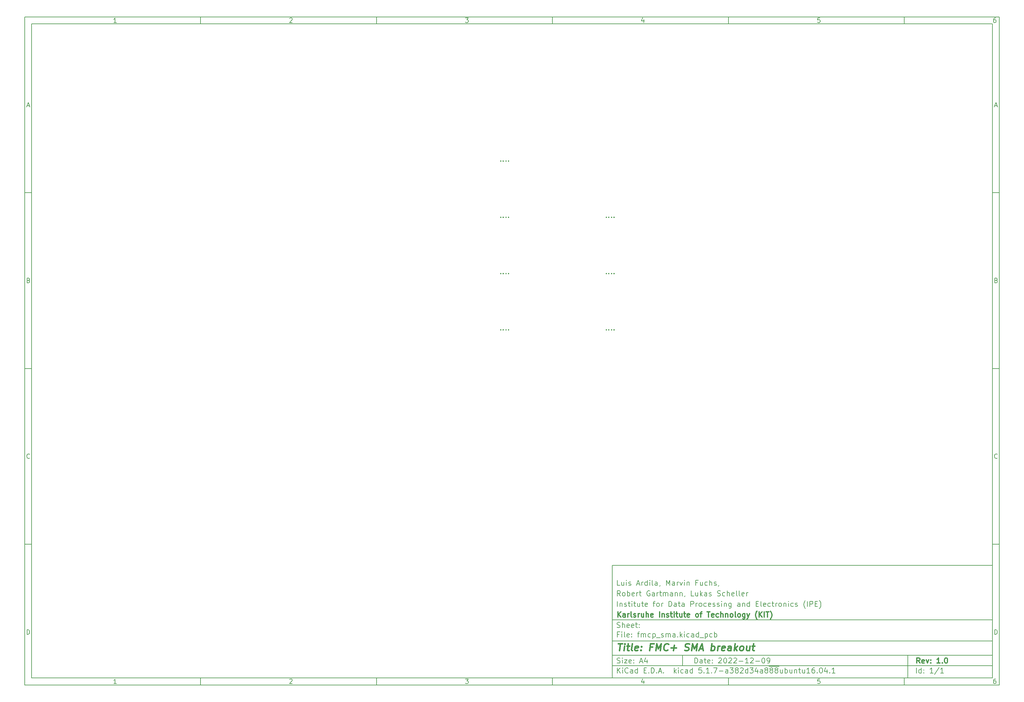
<source format=gbr>
%TF.GenerationSoftware,KiCad,Pcbnew,5.1.7-a382d34a8~88~ubuntu16.04.1*%
%TF.CreationDate,2022-12-09T16:50:09+01:00*%
%TF.ProjectId,fmcp_sma,666d6370-5f73-46d6-912e-6b696361645f,1.0*%
%TF.SameCoordinates,Original*%
%TF.FileFunction,Paste,Top*%
%TF.FilePolarity,Positive*%
%FSLAX46Y46*%
G04 Gerber Fmt 4.6, Leading zero omitted, Abs format (unit mm)*
G04 Created by KiCad (PCBNEW 5.1.7-a382d34a8~88~ubuntu16.04.1) date 2022-12-09 16:50:09*
%MOMM*%
%LPD*%
G01*
G04 APERTURE LIST*
%ADD10C,0.050000*%
%ADD11C,0.150000*%
%ADD12C,0.300000*%
%ADD13C,0.400000*%
G04 APERTURE END LIST*
D10*
D11*
X177002200Y-166007200D02*
X177002200Y-198007200D01*
X285002200Y-198007200D01*
X285002200Y-166007200D01*
X177002200Y-166007200D01*
D10*
D11*
X10000000Y-10000000D02*
X10000000Y-200007200D01*
X287002200Y-200007200D01*
X287002200Y-10000000D01*
X10000000Y-10000000D01*
D10*
D11*
X12000000Y-12000000D02*
X12000000Y-198007200D01*
X285002200Y-198007200D01*
X285002200Y-12000000D01*
X12000000Y-12000000D01*
D10*
D11*
X60000000Y-12000000D02*
X60000000Y-10000000D01*
D10*
D11*
X110000000Y-12000000D02*
X110000000Y-10000000D01*
D10*
D11*
X160000000Y-12000000D02*
X160000000Y-10000000D01*
D10*
D11*
X210000000Y-12000000D02*
X210000000Y-10000000D01*
D10*
D11*
X260000000Y-12000000D02*
X260000000Y-10000000D01*
D10*
D11*
X36065476Y-11588095D02*
X35322619Y-11588095D01*
X35694047Y-11588095D02*
X35694047Y-10288095D01*
X35570238Y-10473809D01*
X35446428Y-10597619D01*
X35322619Y-10659523D01*
D10*
D11*
X85322619Y-10411904D02*
X85384523Y-10350000D01*
X85508333Y-10288095D01*
X85817857Y-10288095D01*
X85941666Y-10350000D01*
X86003571Y-10411904D01*
X86065476Y-10535714D01*
X86065476Y-10659523D01*
X86003571Y-10845238D01*
X85260714Y-11588095D01*
X86065476Y-11588095D01*
D10*
D11*
X135260714Y-10288095D02*
X136065476Y-10288095D01*
X135632142Y-10783333D01*
X135817857Y-10783333D01*
X135941666Y-10845238D01*
X136003571Y-10907142D01*
X136065476Y-11030952D01*
X136065476Y-11340476D01*
X136003571Y-11464285D01*
X135941666Y-11526190D01*
X135817857Y-11588095D01*
X135446428Y-11588095D01*
X135322619Y-11526190D01*
X135260714Y-11464285D01*
D10*
D11*
X185941666Y-10721428D02*
X185941666Y-11588095D01*
X185632142Y-10226190D02*
X185322619Y-11154761D01*
X186127380Y-11154761D01*
D10*
D11*
X236003571Y-10288095D02*
X235384523Y-10288095D01*
X235322619Y-10907142D01*
X235384523Y-10845238D01*
X235508333Y-10783333D01*
X235817857Y-10783333D01*
X235941666Y-10845238D01*
X236003571Y-10907142D01*
X236065476Y-11030952D01*
X236065476Y-11340476D01*
X236003571Y-11464285D01*
X235941666Y-11526190D01*
X235817857Y-11588095D01*
X235508333Y-11588095D01*
X235384523Y-11526190D01*
X235322619Y-11464285D01*
D10*
D11*
X285941666Y-10288095D02*
X285694047Y-10288095D01*
X285570238Y-10350000D01*
X285508333Y-10411904D01*
X285384523Y-10597619D01*
X285322619Y-10845238D01*
X285322619Y-11340476D01*
X285384523Y-11464285D01*
X285446428Y-11526190D01*
X285570238Y-11588095D01*
X285817857Y-11588095D01*
X285941666Y-11526190D01*
X286003571Y-11464285D01*
X286065476Y-11340476D01*
X286065476Y-11030952D01*
X286003571Y-10907142D01*
X285941666Y-10845238D01*
X285817857Y-10783333D01*
X285570238Y-10783333D01*
X285446428Y-10845238D01*
X285384523Y-10907142D01*
X285322619Y-11030952D01*
D10*
D11*
X60000000Y-198007200D02*
X60000000Y-200007200D01*
D10*
D11*
X110000000Y-198007200D02*
X110000000Y-200007200D01*
D10*
D11*
X160000000Y-198007200D02*
X160000000Y-200007200D01*
D10*
D11*
X210000000Y-198007200D02*
X210000000Y-200007200D01*
D10*
D11*
X260000000Y-198007200D02*
X260000000Y-200007200D01*
D10*
D11*
X36065476Y-199595295D02*
X35322619Y-199595295D01*
X35694047Y-199595295D02*
X35694047Y-198295295D01*
X35570238Y-198481009D01*
X35446428Y-198604819D01*
X35322619Y-198666723D01*
D10*
D11*
X85322619Y-198419104D02*
X85384523Y-198357200D01*
X85508333Y-198295295D01*
X85817857Y-198295295D01*
X85941666Y-198357200D01*
X86003571Y-198419104D01*
X86065476Y-198542914D01*
X86065476Y-198666723D01*
X86003571Y-198852438D01*
X85260714Y-199595295D01*
X86065476Y-199595295D01*
D10*
D11*
X135260714Y-198295295D02*
X136065476Y-198295295D01*
X135632142Y-198790533D01*
X135817857Y-198790533D01*
X135941666Y-198852438D01*
X136003571Y-198914342D01*
X136065476Y-199038152D01*
X136065476Y-199347676D01*
X136003571Y-199471485D01*
X135941666Y-199533390D01*
X135817857Y-199595295D01*
X135446428Y-199595295D01*
X135322619Y-199533390D01*
X135260714Y-199471485D01*
D10*
D11*
X185941666Y-198728628D02*
X185941666Y-199595295D01*
X185632142Y-198233390D02*
X185322619Y-199161961D01*
X186127380Y-199161961D01*
D10*
D11*
X236003571Y-198295295D02*
X235384523Y-198295295D01*
X235322619Y-198914342D01*
X235384523Y-198852438D01*
X235508333Y-198790533D01*
X235817857Y-198790533D01*
X235941666Y-198852438D01*
X236003571Y-198914342D01*
X236065476Y-199038152D01*
X236065476Y-199347676D01*
X236003571Y-199471485D01*
X235941666Y-199533390D01*
X235817857Y-199595295D01*
X235508333Y-199595295D01*
X235384523Y-199533390D01*
X235322619Y-199471485D01*
D10*
D11*
X285941666Y-198295295D02*
X285694047Y-198295295D01*
X285570238Y-198357200D01*
X285508333Y-198419104D01*
X285384523Y-198604819D01*
X285322619Y-198852438D01*
X285322619Y-199347676D01*
X285384523Y-199471485D01*
X285446428Y-199533390D01*
X285570238Y-199595295D01*
X285817857Y-199595295D01*
X285941666Y-199533390D01*
X286003571Y-199471485D01*
X286065476Y-199347676D01*
X286065476Y-199038152D01*
X286003571Y-198914342D01*
X285941666Y-198852438D01*
X285817857Y-198790533D01*
X285570238Y-198790533D01*
X285446428Y-198852438D01*
X285384523Y-198914342D01*
X285322619Y-199038152D01*
D10*
D11*
X10000000Y-60000000D02*
X12000000Y-60000000D01*
D10*
D11*
X10000000Y-110000000D02*
X12000000Y-110000000D01*
D10*
D11*
X10000000Y-160000000D02*
X12000000Y-160000000D01*
D10*
D11*
X10690476Y-35216666D02*
X11309523Y-35216666D01*
X10566666Y-35588095D02*
X11000000Y-34288095D01*
X11433333Y-35588095D01*
D10*
D11*
X11092857Y-84907142D02*
X11278571Y-84969047D01*
X11340476Y-85030952D01*
X11402380Y-85154761D01*
X11402380Y-85340476D01*
X11340476Y-85464285D01*
X11278571Y-85526190D01*
X11154761Y-85588095D01*
X10659523Y-85588095D01*
X10659523Y-84288095D01*
X11092857Y-84288095D01*
X11216666Y-84350000D01*
X11278571Y-84411904D01*
X11340476Y-84535714D01*
X11340476Y-84659523D01*
X11278571Y-84783333D01*
X11216666Y-84845238D01*
X11092857Y-84907142D01*
X10659523Y-84907142D01*
D10*
D11*
X11402380Y-135464285D02*
X11340476Y-135526190D01*
X11154761Y-135588095D01*
X11030952Y-135588095D01*
X10845238Y-135526190D01*
X10721428Y-135402380D01*
X10659523Y-135278571D01*
X10597619Y-135030952D01*
X10597619Y-134845238D01*
X10659523Y-134597619D01*
X10721428Y-134473809D01*
X10845238Y-134350000D01*
X11030952Y-134288095D01*
X11154761Y-134288095D01*
X11340476Y-134350000D01*
X11402380Y-134411904D01*
D10*
D11*
X10659523Y-185588095D02*
X10659523Y-184288095D01*
X10969047Y-184288095D01*
X11154761Y-184350000D01*
X11278571Y-184473809D01*
X11340476Y-184597619D01*
X11402380Y-184845238D01*
X11402380Y-185030952D01*
X11340476Y-185278571D01*
X11278571Y-185402380D01*
X11154761Y-185526190D01*
X10969047Y-185588095D01*
X10659523Y-185588095D01*
D10*
D11*
X287002200Y-60000000D02*
X285002200Y-60000000D01*
D10*
D11*
X287002200Y-110000000D02*
X285002200Y-110000000D01*
D10*
D11*
X287002200Y-160000000D02*
X285002200Y-160000000D01*
D10*
D11*
X285692676Y-35216666D02*
X286311723Y-35216666D01*
X285568866Y-35588095D02*
X286002200Y-34288095D01*
X286435533Y-35588095D01*
D10*
D11*
X286095057Y-84907142D02*
X286280771Y-84969047D01*
X286342676Y-85030952D01*
X286404580Y-85154761D01*
X286404580Y-85340476D01*
X286342676Y-85464285D01*
X286280771Y-85526190D01*
X286156961Y-85588095D01*
X285661723Y-85588095D01*
X285661723Y-84288095D01*
X286095057Y-84288095D01*
X286218866Y-84350000D01*
X286280771Y-84411904D01*
X286342676Y-84535714D01*
X286342676Y-84659523D01*
X286280771Y-84783333D01*
X286218866Y-84845238D01*
X286095057Y-84907142D01*
X285661723Y-84907142D01*
D10*
D11*
X286404580Y-135464285D02*
X286342676Y-135526190D01*
X286156961Y-135588095D01*
X286033152Y-135588095D01*
X285847438Y-135526190D01*
X285723628Y-135402380D01*
X285661723Y-135278571D01*
X285599819Y-135030952D01*
X285599819Y-134845238D01*
X285661723Y-134597619D01*
X285723628Y-134473809D01*
X285847438Y-134350000D01*
X286033152Y-134288095D01*
X286156961Y-134288095D01*
X286342676Y-134350000D01*
X286404580Y-134411904D01*
D10*
D11*
X285661723Y-185588095D02*
X285661723Y-184288095D01*
X285971247Y-184288095D01*
X286156961Y-184350000D01*
X286280771Y-184473809D01*
X286342676Y-184597619D01*
X286404580Y-184845238D01*
X286404580Y-185030952D01*
X286342676Y-185278571D01*
X286280771Y-185402380D01*
X286156961Y-185526190D01*
X285971247Y-185588095D01*
X285661723Y-185588095D01*
D10*
D11*
X200434342Y-193785771D02*
X200434342Y-192285771D01*
X200791485Y-192285771D01*
X201005771Y-192357200D01*
X201148628Y-192500057D01*
X201220057Y-192642914D01*
X201291485Y-192928628D01*
X201291485Y-193142914D01*
X201220057Y-193428628D01*
X201148628Y-193571485D01*
X201005771Y-193714342D01*
X200791485Y-193785771D01*
X200434342Y-193785771D01*
X202577200Y-193785771D02*
X202577200Y-193000057D01*
X202505771Y-192857200D01*
X202362914Y-192785771D01*
X202077200Y-192785771D01*
X201934342Y-192857200D01*
X202577200Y-193714342D02*
X202434342Y-193785771D01*
X202077200Y-193785771D01*
X201934342Y-193714342D01*
X201862914Y-193571485D01*
X201862914Y-193428628D01*
X201934342Y-193285771D01*
X202077200Y-193214342D01*
X202434342Y-193214342D01*
X202577200Y-193142914D01*
X203077200Y-192785771D02*
X203648628Y-192785771D01*
X203291485Y-192285771D02*
X203291485Y-193571485D01*
X203362914Y-193714342D01*
X203505771Y-193785771D01*
X203648628Y-193785771D01*
X204720057Y-193714342D02*
X204577200Y-193785771D01*
X204291485Y-193785771D01*
X204148628Y-193714342D01*
X204077200Y-193571485D01*
X204077200Y-193000057D01*
X204148628Y-192857200D01*
X204291485Y-192785771D01*
X204577200Y-192785771D01*
X204720057Y-192857200D01*
X204791485Y-193000057D01*
X204791485Y-193142914D01*
X204077200Y-193285771D01*
X205434342Y-193642914D02*
X205505771Y-193714342D01*
X205434342Y-193785771D01*
X205362914Y-193714342D01*
X205434342Y-193642914D01*
X205434342Y-193785771D01*
X205434342Y-192857200D02*
X205505771Y-192928628D01*
X205434342Y-193000057D01*
X205362914Y-192928628D01*
X205434342Y-192857200D01*
X205434342Y-193000057D01*
X207220057Y-192428628D02*
X207291485Y-192357200D01*
X207434342Y-192285771D01*
X207791485Y-192285771D01*
X207934342Y-192357200D01*
X208005771Y-192428628D01*
X208077200Y-192571485D01*
X208077200Y-192714342D01*
X208005771Y-192928628D01*
X207148628Y-193785771D01*
X208077200Y-193785771D01*
X209005771Y-192285771D02*
X209148628Y-192285771D01*
X209291485Y-192357200D01*
X209362914Y-192428628D01*
X209434342Y-192571485D01*
X209505771Y-192857200D01*
X209505771Y-193214342D01*
X209434342Y-193500057D01*
X209362914Y-193642914D01*
X209291485Y-193714342D01*
X209148628Y-193785771D01*
X209005771Y-193785771D01*
X208862914Y-193714342D01*
X208791485Y-193642914D01*
X208720057Y-193500057D01*
X208648628Y-193214342D01*
X208648628Y-192857200D01*
X208720057Y-192571485D01*
X208791485Y-192428628D01*
X208862914Y-192357200D01*
X209005771Y-192285771D01*
X210077200Y-192428628D02*
X210148628Y-192357200D01*
X210291485Y-192285771D01*
X210648628Y-192285771D01*
X210791485Y-192357200D01*
X210862914Y-192428628D01*
X210934342Y-192571485D01*
X210934342Y-192714342D01*
X210862914Y-192928628D01*
X210005771Y-193785771D01*
X210934342Y-193785771D01*
X211505771Y-192428628D02*
X211577200Y-192357200D01*
X211720057Y-192285771D01*
X212077200Y-192285771D01*
X212220057Y-192357200D01*
X212291485Y-192428628D01*
X212362914Y-192571485D01*
X212362914Y-192714342D01*
X212291485Y-192928628D01*
X211434342Y-193785771D01*
X212362914Y-193785771D01*
X213005771Y-193214342D02*
X214148628Y-193214342D01*
X215648628Y-193785771D02*
X214791485Y-193785771D01*
X215220057Y-193785771D02*
X215220057Y-192285771D01*
X215077200Y-192500057D01*
X214934342Y-192642914D01*
X214791485Y-192714342D01*
X216220057Y-192428628D02*
X216291485Y-192357200D01*
X216434342Y-192285771D01*
X216791485Y-192285771D01*
X216934342Y-192357200D01*
X217005771Y-192428628D01*
X217077200Y-192571485D01*
X217077200Y-192714342D01*
X217005771Y-192928628D01*
X216148628Y-193785771D01*
X217077200Y-193785771D01*
X217720057Y-193214342D02*
X218862914Y-193214342D01*
X219862914Y-192285771D02*
X220005771Y-192285771D01*
X220148628Y-192357200D01*
X220220057Y-192428628D01*
X220291485Y-192571485D01*
X220362914Y-192857200D01*
X220362914Y-193214342D01*
X220291485Y-193500057D01*
X220220057Y-193642914D01*
X220148628Y-193714342D01*
X220005771Y-193785771D01*
X219862914Y-193785771D01*
X219720057Y-193714342D01*
X219648628Y-193642914D01*
X219577200Y-193500057D01*
X219505771Y-193214342D01*
X219505771Y-192857200D01*
X219577200Y-192571485D01*
X219648628Y-192428628D01*
X219720057Y-192357200D01*
X219862914Y-192285771D01*
X221077200Y-193785771D02*
X221362914Y-193785771D01*
X221505771Y-193714342D01*
X221577200Y-193642914D01*
X221720057Y-193428628D01*
X221791485Y-193142914D01*
X221791485Y-192571485D01*
X221720057Y-192428628D01*
X221648628Y-192357200D01*
X221505771Y-192285771D01*
X221220057Y-192285771D01*
X221077200Y-192357200D01*
X221005771Y-192428628D01*
X220934342Y-192571485D01*
X220934342Y-192928628D01*
X221005771Y-193071485D01*
X221077200Y-193142914D01*
X221220057Y-193214342D01*
X221505771Y-193214342D01*
X221648628Y-193142914D01*
X221720057Y-193071485D01*
X221791485Y-192928628D01*
D10*
D11*
X177002200Y-194507200D02*
X285002200Y-194507200D01*
D10*
D11*
X178434342Y-196585771D02*
X178434342Y-195085771D01*
X179291485Y-196585771D02*
X178648628Y-195728628D01*
X179291485Y-195085771D02*
X178434342Y-195942914D01*
X179934342Y-196585771D02*
X179934342Y-195585771D01*
X179934342Y-195085771D02*
X179862914Y-195157200D01*
X179934342Y-195228628D01*
X180005771Y-195157200D01*
X179934342Y-195085771D01*
X179934342Y-195228628D01*
X181505771Y-196442914D02*
X181434342Y-196514342D01*
X181220057Y-196585771D01*
X181077200Y-196585771D01*
X180862914Y-196514342D01*
X180720057Y-196371485D01*
X180648628Y-196228628D01*
X180577200Y-195942914D01*
X180577200Y-195728628D01*
X180648628Y-195442914D01*
X180720057Y-195300057D01*
X180862914Y-195157200D01*
X181077200Y-195085771D01*
X181220057Y-195085771D01*
X181434342Y-195157200D01*
X181505771Y-195228628D01*
X182791485Y-196585771D02*
X182791485Y-195800057D01*
X182720057Y-195657200D01*
X182577200Y-195585771D01*
X182291485Y-195585771D01*
X182148628Y-195657200D01*
X182791485Y-196514342D02*
X182648628Y-196585771D01*
X182291485Y-196585771D01*
X182148628Y-196514342D01*
X182077200Y-196371485D01*
X182077200Y-196228628D01*
X182148628Y-196085771D01*
X182291485Y-196014342D01*
X182648628Y-196014342D01*
X182791485Y-195942914D01*
X184148628Y-196585771D02*
X184148628Y-195085771D01*
X184148628Y-196514342D02*
X184005771Y-196585771D01*
X183720057Y-196585771D01*
X183577200Y-196514342D01*
X183505771Y-196442914D01*
X183434342Y-196300057D01*
X183434342Y-195871485D01*
X183505771Y-195728628D01*
X183577200Y-195657200D01*
X183720057Y-195585771D01*
X184005771Y-195585771D01*
X184148628Y-195657200D01*
X186005771Y-195800057D02*
X186505771Y-195800057D01*
X186720057Y-196585771D02*
X186005771Y-196585771D01*
X186005771Y-195085771D01*
X186720057Y-195085771D01*
X187362914Y-196442914D02*
X187434342Y-196514342D01*
X187362914Y-196585771D01*
X187291485Y-196514342D01*
X187362914Y-196442914D01*
X187362914Y-196585771D01*
X188077200Y-196585771D02*
X188077200Y-195085771D01*
X188434342Y-195085771D01*
X188648628Y-195157200D01*
X188791485Y-195300057D01*
X188862914Y-195442914D01*
X188934342Y-195728628D01*
X188934342Y-195942914D01*
X188862914Y-196228628D01*
X188791485Y-196371485D01*
X188648628Y-196514342D01*
X188434342Y-196585771D01*
X188077200Y-196585771D01*
X189577200Y-196442914D02*
X189648628Y-196514342D01*
X189577200Y-196585771D01*
X189505771Y-196514342D01*
X189577200Y-196442914D01*
X189577200Y-196585771D01*
X190220057Y-196157200D02*
X190934342Y-196157200D01*
X190077200Y-196585771D02*
X190577200Y-195085771D01*
X191077200Y-196585771D01*
X191577200Y-196442914D02*
X191648628Y-196514342D01*
X191577200Y-196585771D01*
X191505771Y-196514342D01*
X191577200Y-196442914D01*
X191577200Y-196585771D01*
X194577200Y-196585771D02*
X194577200Y-195085771D01*
X194720057Y-196014342D02*
X195148628Y-196585771D01*
X195148628Y-195585771D02*
X194577200Y-196157200D01*
X195791485Y-196585771D02*
X195791485Y-195585771D01*
X195791485Y-195085771D02*
X195720057Y-195157200D01*
X195791485Y-195228628D01*
X195862914Y-195157200D01*
X195791485Y-195085771D01*
X195791485Y-195228628D01*
X197148628Y-196514342D02*
X197005771Y-196585771D01*
X196720057Y-196585771D01*
X196577200Y-196514342D01*
X196505771Y-196442914D01*
X196434342Y-196300057D01*
X196434342Y-195871485D01*
X196505771Y-195728628D01*
X196577200Y-195657200D01*
X196720057Y-195585771D01*
X197005771Y-195585771D01*
X197148628Y-195657200D01*
X198434342Y-196585771D02*
X198434342Y-195800057D01*
X198362914Y-195657200D01*
X198220057Y-195585771D01*
X197934342Y-195585771D01*
X197791485Y-195657200D01*
X198434342Y-196514342D02*
X198291485Y-196585771D01*
X197934342Y-196585771D01*
X197791485Y-196514342D01*
X197720057Y-196371485D01*
X197720057Y-196228628D01*
X197791485Y-196085771D01*
X197934342Y-196014342D01*
X198291485Y-196014342D01*
X198434342Y-195942914D01*
X199791485Y-196585771D02*
X199791485Y-195085771D01*
X199791485Y-196514342D02*
X199648628Y-196585771D01*
X199362914Y-196585771D01*
X199220057Y-196514342D01*
X199148628Y-196442914D01*
X199077200Y-196300057D01*
X199077200Y-195871485D01*
X199148628Y-195728628D01*
X199220057Y-195657200D01*
X199362914Y-195585771D01*
X199648628Y-195585771D01*
X199791485Y-195657200D01*
X202362914Y-195085771D02*
X201648628Y-195085771D01*
X201577200Y-195800057D01*
X201648628Y-195728628D01*
X201791485Y-195657200D01*
X202148628Y-195657200D01*
X202291485Y-195728628D01*
X202362914Y-195800057D01*
X202434342Y-195942914D01*
X202434342Y-196300057D01*
X202362914Y-196442914D01*
X202291485Y-196514342D01*
X202148628Y-196585771D01*
X201791485Y-196585771D01*
X201648628Y-196514342D01*
X201577200Y-196442914D01*
X203077200Y-196442914D02*
X203148628Y-196514342D01*
X203077200Y-196585771D01*
X203005771Y-196514342D01*
X203077200Y-196442914D01*
X203077200Y-196585771D01*
X204577200Y-196585771D02*
X203720057Y-196585771D01*
X204148628Y-196585771D02*
X204148628Y-195085771D01*
X204005771Y-195300057D01*
X203862914Y-195442914D01*
X203720057Y-195514342D01*
X205220057Y-196442914D02*
X205291485Y-196514342D01*
X205220057Y-196585771D01*
X205148628Y-196514342D01*
X205220057Y-196442914D01*
X205220057Y-196585771D01*
X205791485Y-195085771D02*
X206791485Y-195085771D01*
X206148628Y-196585771D01*
X207362914Y-196014342D02*
X208505771Y-196014342D01*
X209862914Y-196585771D02*
X209862914Y-195800057D01*
X209791485Y-195657200D01*
X209648628Y-195585771D01*
X209362914Y-195585771D01*
X209220057Y-195657200D01*
X209862914Y-196514342D02*
X209720057Y-196585771D01*
X209362914Y-196585771D01*
X209220057Y-196514342D01*
X209148628Y-196371485D01*
X209148628Y-196228628D01*
X209220057Y-196085771D01*
X209362914Y-196014342D01*
X209720057Y-196014342D01*
X209862914Y-195942914D01*
X210434342Y-195085771D02*
X211362914Y-195085771D01*
X210862914Y-195657200D01*
X211077200Y-195657200D01*
X211220057Y-195728628D01*
X211291485Y-195800057D01*
X211362914Y-195942914D01*
X211362914Y-196300057D01*
X211291485Y-196442914D01*
X211220057Y-196514342D01*
X211077200Y-196585771D01*
X210648628Y-196585771D01*
X210505771Y-196514342D01*
X210434342Y-196442914D01*
X212220057Y-195728628D02*
X212077200Y-195657200D01*
X212005771Y-195585771D01*
X211934342Y-195442914D01*
X211934342Y-195371485D01*
X212005771Y-195228628D01*
X212077200Y-195157200D01*
X212220057Y-195085771D01*
X212505771Y-195085771D01*
X212648628Y-195157200D01*
X212720057Y-195228628D01*
X212791485Y-195371485D01*
X212791485Y-195442914D01*
X212720057Y-195585771D01*
X212648628Y-195657200D01*
X212505771Y-195728628D01*
X212220057Y-195728628D01*
X212077200Y-195800057D01*
X212005771Y-195871485D01*
X211934342Y-196014342D01*
X211934342Y-196300057D01*
X212005771Y-196442914D01*
X212077200Y-196514342D01*
X212220057Y-196585771D01*
X212505771Y-196585771D01*
X212648628Y-196514342D01*
X212720057Y-196442914D01*
X212791485Y-196300057D01*
X212791485Y-196014342D01*
X212720057Y-195871485D01*
X212648628Y-195800057D01*
X212505771Y-195728628D01*
X213362914Y-195228628D02*
X213434342Y-195157200D01*
X213577200Y-195085771D01*
X213934342Y-195085771D01*
X214077200Y-195157200D01*
X214148628Y-195228628D01*
X214220057Y-195371485D01*
X214220057Y-195514342D01*
X214148628Y-195728628D01*
X213291485Y-196585771D01*
X214220057Y-196585771D01*
X215505771Y-196585771D02*
X215505771Y-195085771D01*
X215505771Y-196514342D02*
X215362914Y-196585771D01*
X215077200Y-196585771D01*
X214934342Y-196514342D01*
X214862914Y-196442914D01*
X214791485Y-196300057D01*
X214791485Y-195871485D01*
X214862914Y-195728628D01*
X214934342Y-195657200D01*
X215077200Y-195585771D01*
X215362914Y-195585771D01*
X215505771Y-195657200D01*
X216077200Y-195085771D02*
X217005771Y-195085771D01*
X216505771Y-195657200D01*
X216720057Y-195657200D01*
X216862914Y-195728628D01*
X216934342Y-195800057D01*
X217005771Y-195942914D01*
X217005771Y-196300057D01*
X216934342Y-196442914D01*
X216862914Y-196514342D01*
X216720057Y-196585771D01*
X216291485Y-196585771D01*
X216148628Y-196514342D01*
X216077200Y-196442914D01*
X218291485Y-195585771D02*
X218291485Y-196585771D01*
X217934342Y-195014342D02*
X217577200Y-196085771D01*
X218505771Y-196085771D01*
X219720057Y-196585771D02*
X219720057Y-195800057D01*
X219648628Y-195657200D01*
X219505771Y-195585771D01*
X219220057Y-195585771D01*
X219077200Y-195657200D01*
X219720057Y-196514342D02*
X219577200Y-196585771D01*
X219220057Y-196585771D01*
X219077200Y-196514342D01*
X219005771Y-196371485D01*
X219005771Y-196228628D01*
X219077200Y-196085771D01*
X219220057Y-196014342D01*
X219577200Y-196014342D01*
X219720057Y-195942914D01*
X220648628Y-195728628D02*
X220505771Y-195657200D01*
X220434342Y-195585771D01*
X220362914Y-195442914D01*
X220362914Y-195371485D01*
X220434342Y-195228628D01*
X220505771Y-195157200D01*
X220648628Y-195085771D01*
X220934342Y-195085771D01*
X221077200Y-195157200D01*
X221148628Y-195228628D01*
X221220057Y-195371485D01*
X221220057Y-195442914D01*
X221148628Y-195585771D01*
X221077200Y-195657200D01*
X220934342Y-195728628D01*
X220648628Y-195728628D01*
X220505771Y-195800057D01*
X220434342Y-195871485D01*
X220362914Y-196014342D01*
X220362914Y-196300057D01*
X220434342Y-196442914D01*
X220505771Y-196514342D01*
X220648628Y-196585771D01*
X220934342Y-196585771D01*
X221077200Y-196514342D01*
X221148628Y-196442914D01*
X221220057Y-196300057D01*
X221220057Y-196014342D01*
X221148628Y-195871485D01*
X221077200Y-195800057D01*
X220934342Y-195728628D01*
X221505771Y-194677200D02*
X222934342Y-194677200D01*
X222077200Y-195728628D02*
X221934342Y-195657200D01*
X221862914Y-195585771D01*
X221791485Y-195442914D01*
X221791485Y-195371485D01*
X221862914Y-195228628D01*
X221934342Y-195157200D01*
X222077200Y-195085771D01*
X222362914Y-195085771D01*
X222505771Y-195157200D01*
X222577200Y-195228628D01*
X222648628Y-195371485D01*
X222648628Y-195442914D01*
X222577200Y-195585771D01*
X222505771Y-195657200D01*
X222362914Y-195728628D01*
X222077200Y-195728628D01*
X221934342Y-195800057D01*
X221862914Y-195871485D01*
X221791485Y-196014342D01*
X221791485Y-196300057D01*
X221862914Y-196442914D01*
X221934342Y-196514342D01*
X222077200Y-196585771D01*
X222362914Y-196585771D01*
X222505771Y-196514342D01*
X222577200Y-196442914D01*
X222648628Y-196300057D01*
X222648628Y-196014342D01*
X222577200Y-195871485D01*
X222505771Y-195800057D01*
X222362914Y-195728628D01*
X222934342Y-194677200D02*
X224362914Y-194677200D01*
X223505771Y-195728628D02*
X223362914Y-195657200D01*
X223291485Y-195585771D01*
X223220057Y-195442914D01*
X223220057Y-195371485D01*
X223291485Y-195228628D01*
X223362914Y-195157200D01*
X223505771Y-195085771D01*
X223791485Y-195085771D01*
X223934342Y-195157200D01*
X224005771Y-195228628D01*
X224077199Y-195371485D01*
X224077199Y-195442914D01*
X224005771Y-195585771D01*
X223934342Y-195657200D01*
X223791485Y-195728628D01*
X223505771Y-195728628D01*
X223362914Y-195800057D01*
X223291485Y-195871485D01*
X223220057Y-196014342D01*
X223220057Y-196300057D01*
X223291485Y-196442914D01*
X223362914Y-196514342D01*
X223505771Y-196585771D01*
X223791485Y-196585771D01*
X223934342Y-196514342D01*
X224005771Y-196442914D01*
X224077199Y-196300057D01*
X224077199Y-196014342D01*
X224005771Y-195871485D01*
X223934342Y-195800057D01*
X223791485Y-195728628D01*
X225362914Y-195585771D02*
X225362914Y-196585771D01*
X224720057Y-195585771D02*
X224720057Y-196371485D01*
X224791485Y-196514342D01*
X224934342Y-196585771D01*
X225148628Y-196585771D01*
X225291485Y-196514342D01*
X225362914Y-196442914D01*
X226077199Y-196585771D02*
X226077199Y-195085771D01*
X226077199Y-195657200D02*
X226220057Y-195585771D01*
X226505771Y-195585771D01*
X226648628Y-195657200D01*
X226720057Y-195728628D01*
X226791485Y-195871485D01*
X226791485Y-196300057D01*
X226720057Y-196442914D01*
X226648628Y-196514342D01*
X226505771Y-196585771D01*
X226220057Y-196585771D01*
X226077199Y-196514342D01*
X228077199Y-195585771D02*
X228077199Y-196585771D01*
X227434342Y-195585771D02*
X227434342Y-196371485D01*
X227505771Y-196514342D01*
X227648628Y-196585771D01*
X227862914Y-196585771D01*
X228005771Y-196514342D01*
X228077199Y-196442914D01*
X228791485Y-195585771D02*
X228791485Y-196585771D01*
X228791485Y-195728628D02*
X228862914Y-195657200D01*
X229005771Y-195585771D01*
X229220057Y-195585771D01*
X229362914Y-195657200D01*
X229434342Y-195800057D01*
X229434342Y-196585771D01*
X229934342Y-195585771D02*
X230505771Y-195585771D01*
X230148628Y-195085771D02*
X230148628Y-196371485D01*
X230220057Y-196514342D01*
X230362914Y-196585771D01*
X230505771Y-196585771D01*
X231648628Y-195585771D02*
X231648628Y-196585771D01*
X231005771Y-195585771D02*
X231005771Y-196371485D01*
X231077199Y-196514342D01*
X231220057Y-196585771D01*
X231434342Y-196585771D01*
X231577199Y-196514342D01*
X231648628Y-196442914D01*
X233148628Y-196585771D02*
X232291485Y-196585771D01*
X232720057Y-196585771D02*
X232720057Y-195085771D01*
X232577200Y-195300057D01*
X232434342Y-195442914D01*
X232291485Y-195514342D01*
X234434342Y-195085771D02*
X234148628Y-195085771D01*
X234005771Y-195157200D01*
X233934342Y-195228628D01*
X233791485Y-195442914D01*
X233720057Y-195728628D01*
X233720057Y-196300057D01*
X233791485Y-196442914D01*
X233862914Y-196514342D01*
X234005771Y-196585771D01*
X234291485Y-196585771D01*
X234434342Y-196514342D01*
X234505771Y-196442914D01*
X234577199Y-196300057D01*
X234577199Y-195942914D01*
X234505771Y-195800057D01*
X234434342Y-195728628D01*
X234291485Y-195657200D01*
X234005771Y-195657200D01*
X233862914Y-195728628D01*
X233791485Y-195800057D01*
X233720057Y-195942914D01*
X235220057Y-196442914D02*
X235291485Y-196514342D01*
X235220057Y-196585771D01*
X235148628Y-196514342D01*
X235220057Y-196442914D01*
X235220057Y-196585771D01*
X236220057Y-195085771D02*
X236362914Y-195085771D01*
X236505771Y-195157200D01*
X236577199Y-195228628D01*
X236648628Y-195371485D01*
X236720057Y-195657200D01*
X236720057Y-196014342D01*
X236648628Y-196300057D01*
X236577199Y-196442914D01*
X236505771Y-196514342D01*
X236362914Y-196585771D01*
X236220057Y-196585771D01*
X236077199Y-196514342D01*
X236005771Y-196442914D01*
X235934342Y-196300057D01*
X235862914Y-196014342D01*
X235862914Y-195657200D01*
X235934342Y-195371485D01*
X236005771Y-195228628D01*
X236077199Y-195157200D01*
X236220057Y-195085771D01*
X238005771Y-195585771D02*
X238005771Y-196585771D01*
X237648628Y-195014342D02*
X237291485Y-196085771D01*
X238220057Y-196085771D01*
X238791485Y-196442914D02*
X238862914Y-196514342D01*
X238791485Y-196585771D01*
X238720057Y-196514342D01*
X238791485Y-196442914D01*
X238791485Y-196585771D01*
X240291485Y-196585771D02*
X239434342Y-196585771D01*
X239862914Y-196585771D02*
X239862914Y-195085771D01*
X239720057Y-195300057D01*
X239577199Y-195442914D01*
X239434342Y-195514342D01*
D10*
D11*
X177002200Y-191507200D02*
X285002200Y-191507200D01*
D10*
D12*
X264411485Y-193785771D02*
X263911485Y-193071485D01*
X263554342Y-193785771D02*
X263554342Y-192285771D01*
X264125771Y-192285771D01*
X264268628Y-192357200D01*
X264340057Y-192428628D01*
X264411485Y-192571485D01*
X264411485Y-192785771D01*
X264340057Y-192928628D01*
X264268628Y-193000057D01*
X264125771Y-193071485D01*
X263554342Y-193071485D01*
X265625771Y-193714342D02*
X265482914Y-193785771D01*
X265197200Y-193785771D01*
X265054342Y-193714342D01*
X264982914Y-193571485D01*
X264982914Y-193000057D01*
X265054342Y-192857200D01*
X265197200Y-192785771D01*
X265482914Y-192785771D01*
X265625771Y-192857200D01*
X265697200Y-193000057D01*
X265697200Y-193142914D01*
X264982914Y-193285771D01*
X266197200Y-192785771D02*
X266554342Y-193785771D01*
X266911485Y-192785771D01*
X267482914Y-193642914D02*
X267554342Y-193714342D01*
X267482914Y-193785771D01*
X267411485Y-193714342D01*
X267482914Y-193642914D01*
X267482914Y-193785771D01*
X267482914Y-192857200D02*
X267554342Y-192928628D01*
X267482914Y-193000057D01*
X267411485Y-192928628D01*
X267482914Y-192857200D01*
X267482914Y-193000057D01*
X270125771Y-193785771D02*
X269268628Y-193785771D01*
X269697200Y-193785771D02*
X269697200Y-192285771D01*
X269554342Y-192500057D01*
X269411485Y-192642914D01*
X269268628Y-192714342D01*
X270768628Y-193642914D02*
X270840057Y-193714342D01*
X270768628Y-193785771D01*
X270697200Y-193714342D01*
X270768628Y-193642914D01*
X270768628Y-193785771D01*
X271768628Y-192285771D02*
X271911485Y-192285771D01*
X272054342Y-192357200D01*
X272125771Y-192428628D01*
X272197200Y-192571485D01*
X272268628Y-192857200D01*
X272268628Y-193214342D01*
X272197200Y-193500057D01*
X272125771Y-193642914D01*
X272054342Y-193714342D01*
X271911485Y-193785771D01*
X271768628Y-193785771D01*
X271625771Y-193714342D01*
X271554342Y-193642914D01*
X271482914Y-193500057D01*
X271411485Y-193214342D01*
X271411485Y-192857200D01*
X271482914Y-192571485D01*
X271554342Y-192428628D01*
X271625771Y-192357200D01*
X271768628Y-192285771D01*
D10*
D11*
X178362914Y-193714342D02*
X178577200Y-193785771D01*
X178934342Y-193785771D01*
X179077200Y-193714342D01*
X179148628Y-193642914D01*
X179220057Y-193500057D01*
X179220057Y-193357200D01*
X179148628Y-193214342D01*
X179077200Y-193142914D01*
X178934342Y-193071485D01*
X178648628Y-193000057D01*
X178505771Y-192928628D01*
X178434342Y-192857200D01*
X178362914Y-192714342D01*
X178362914Y-192571485D01*
X178434342Y-192428628D01*
X178505771Y-192357200D01*
X178648628Y-192285771D01*
X179005771Y-192285771D01*
X179220057Y-192357200D01*
X179862914Y-193785771D02*
X179862914Y-192785771D01*
X179862914Y-192285771D02*
X179791485Y-192357200D01*
X179862914Y-192428628D01*
X179934342Y-192357200D01*
X179862914Y-192285771D01*
X179862914Y-192428628D01*
X180434342Y-192785771D02*
X181220057Y-192785771D01*
X180434342Y-193785771D01*
X181220057Y-193785771D01*
X182362914Y-193714342D02*
X182220057Y-193785771D01*
X181934342Y-193785771D01*
X181791485Y-193714342D01*
X181720057Y-193571485D01*
X181720057Y-193000057D01*
X181791485Y-192857200D01*
X181934342Y-192785771D01*
X182220057Y-192785771D01*
X182362914Y-192857200D01*
X182434342Y-193000057D01*
X182434342Y-193142914D01*
X181720057Y-193285771D01*
X183077200Y-193642914D02*
X183148628Y-193714342D01*
X183077200Y-193785771D01*
X183005771Y-193714342D01*
X183077200Y-193642914D01*
X183077200Y-193785771D01*
X183077200Y-192857200D02*
X183148628Y-192928628D01*
X183077200Y-193000057D01*
X183005771Y-192928628D01*
X183077200Y-192857200D01*
X183077200Y-193000057D01*
X184862914Y-193357200D02*
X185577200Y-193357200D01*
X184720057Y-193785771D02*
X185220057Y-192285771D01*
X185720057Y-193785771D01*
X186862914Y-192785771D02*
X186862914Y-193785771D01*
X186505771Y-192214342D02*
X186148628Y-193285771D01*
X187077200Y-193285771D01*
D10*
D11*
X263434342Y-196585771D02*
X263434342Y-195085771D01*
X264791485Y-196585771D02*
X264791485Y-195085771D01*
X264791485Y-196514342D02*
X264648628Y-196585771D01*
X264362914Y-196585771D01*
X264220057Y-196514342D01*
X264148628Y-196442914D01*
X264077200Y-196300057D01*
X264077200Y-195871485D01*
X264148628Y-195728628D01*
X264220057Y-195657200D01*
X264362914Y-195585771D01*
X264648628Y-195585771D01*
X264791485Y-195657200D01*
X265505771Y-196442914D02*
X265577200Y-196514342D01*
X265505771Y-196585771D01*
X265434342Y-196514342D01*
X265505771Y-196442914D01*
X265505771Y-196585771D01*
X265505771Y-195657200D02*
X265577200Y-195728628D01*
X265505771Y-195800057D01*
X265434342Y-195728628D01*
X265505771Y-195657200D01*
X265505771Y-195800057D01*
X268148628Y-196585771D02*
X267291485Y-196585771D01*
X267720057Y-196585771D02*
X267720057Y-195085771D01*
X267577200Y-195300057D01*
X267434342Y-195442914D01*
X267291485Y-195514342D01*
X269862914Y-195014342D02*
X268577200Y-196942914D01*
X271148628Y-196585771D02*
X270291485Y-196585771D01*
X270720057Y-196585771D02*
X270720057Y-195085771D01*
X270577200Y-195300057D01*
X270434342Y-195442914D01*
X270291485Y-195514342D01*
D10*
D11*
X177002200Y-187507200D02*
X285002200Y-187507200D01*
D10*
D13*
X178714580Y-188211961D02*
X179857438Y-188211961D01*
X179036009Y-190211961D02*
X179286009Y-188211961D01*
X180274104Y-190211961D02*
X180440771Y-188878628D01*
X180524104Y-188211961D02*
X180416961Y-188307200D01*
X180500295Y-188402438D01*
X180607438Y-188307200D01*
X180524104Y-188211961D01*
X180500295Y-188402438D01*
X181107438Y-188878628D02*
X181869342Y-188878628D01*
X181476485Y-188211961D02*
X181262200Y-189926247D01*
X181333628Y-190116723D01*
X181512200Y-190211961D01*
X181702676Y-190211961D01*
X182655057Y-190211961D02*
X182476485Y-190116723D01*
X182405057Y-189926247D01*
X182619342Y-188211961D01*
X184190771Y-190116723D02*
X183988390Y-190211961D01*
X183607438Y-190211961D01*
X183428866Y-190116723D01*
X183357438Y-189926247D01*
X183452676Y-189164342D01*
X183571723Y-188973866D01*
X183774104Y-188878628D01*
X184155057Y-188878628D01*
X184333628Y-188973866D01*
X184405057Y-189164342D01*
X184381247Y-189354819D01*
X183405057Y-189545295D01*
X185155057Y-190021485D02*
X185238390Y-190116723D01*
X185131247Y-190211961D01*
X185047914Y-190116723D01*
X185155057Y-190021485D01*
X185131247Y-190211961D01*
X185286009Y-188973866D02*
X185369342Y-189069104D01*
X185262200Y-189164342D01*
X185178866Y-189069104D01*
X185286009Y-188973866D01*
X185262200Y-189164342D01*
X188405057Y-189164342D02*
X187738390Y-189164342D01*
X187607438Y-190211961D02*
X187857438Y-188211961D01*
X188809819Y-188211961D01*
X189321723Y-190211961D02*
X189571723Y-188211961D01*
X190059819Y-189640533D01*
X190905057Y-188211961D01*
X190655057Y-190211961D01*
X192774104Y-190021485D02*
X192666961Y-190116723D01*
X192369342Y-190211961D01*
X192178866Y-190211961D01*
X191905057Y-190116723D01*
X191738390Y-189926247D01*
X191666961Y-189735771D01*
X191619342Y-189354819D01*
X191655057Y-189069104D01*
X191797914Y-188688152D01*
X191916961Y-188497676D01*
X192131247Y-188307200D01*
X192428866Y-188211961D01*
X192619342Y-188211961D01*
X192893152Y-188307200D01*
X192976485Y-188402438D01*
X193702676Y-189450057D02*
X195226485Y-189450057D01*
X194369342Y-190211961D02*
X194559819Y-188688152D01*
X197524104Y-190116723D02*
X197797914Y-190211961D01*
X198274104Y-190211961D01*
X198476485Y-190116723D01*
X198583628Y-190021485D01*
X198702676Y-189831009D01*
X198726485Y-189640533D01*
X198655057Y-189450057D01*
X198571723Y-189354819D01*
X198393152Y-189259580D01*
X198024104Y-189164342D01*
X197845533Y-189069104D01*
X197762200Y-188973866D01*
X197690771Y-188783390D01*
X197714580Y-188592914D01*
X197833628Y-188402438D01*
X197940771Y-188307200D01*
X198143152Y-188211961D01*
X198619342Y-188211961D01*
X198893152Y-188307200D01*
X199512200Y-190211961D02*
X199762200Y-188211961D01*
X200250295Y-189640533D01*
X201095533Y-188211961D01*
X200845533Y-190211961D01*
X201774104Y-189640533D02*
X202726485Y-189640533D01*
X201512200Y-190211961D02*
X202428866Y-188211961D01*
X202845533Y-190211961D01*
X205036009Y-190211961D02*
X205286009Y-188211961D01*
X205190771Y-188973866D02*
X205393152Y-188878628D01*
X205774104Y-188878628D01*
X205952676Y-188973866D01*
X206036009Y-189069104D01*
X206107438Y-189259580D01*
X206036009Y-189831009D01*
X205916961Y-190021485D01*
X205809819Y-190116723D01*
X205607438Y-190211961D01*
X205226485Y-190211961D01*
X205047914Y-190116723D01*
X206845533Y-190211961D02*
X207012200Y-188878628D01*
X206964580Y-189259580D02*
X207083628Y-189069104D01*
X207190771Y-188973866D01*
X207393152Y-188878628D01*
X207583628Y-188878628D01*
X208857438Y-190116723D02*
X208655057Y-190211961D01*
X208274104Y-190211961D01*
X208095533Y-190116723D01*
X208024104Y-189926247D01*
X208119342Y-189164342D01*
X208238390Y-188973866D01*
X208440771Y-188878628D01*
X208821723Y-188878628D01*
X209000295Y-188973866D01*
X209071723Y-189164342D01*
X209047914Y-189354819D01*
X208071723Y-189545295D01*
X210655057Y-190211961D02*
X210786009Y-189164342D01*
X210714580Y-188973866D01*
X210536009Y-188878628D01*
X210155057Y-188878628D01*
X209952676Y-188973866D01*
X210666961Y-190116723D02*
X210464580Y-190211961D01*
X209988390Y-190211961D01*
X209809819Y-190116723D01*
X209738390Y-189926247D01*
X209762200Y-189735771D01*
X209881247Y-189545295D01*
X210083628Y-189450057D01*
X210559819Y-189450057D01*
X210762200Y-189354819D01*
X211607438Y-190211961D02*
X211857438Y-188211961D01*
X211893152Y-189450057D02*
X212369342Y-190211961D01*
X212536009Y-188878628D02*
X211678866Y-189640533D01*
X213512200Y-190211961D02*
X213333628Y-190116723D01*
X213250295Y-190021485D01*
X213178866Y-189831009D01*
X213250295Y-189259580D01*
X213369342Y-189069104D01*
X213476485Y-188973866D01*
X213678866Y-188878628D01*
X213964580Y-188878628D01*
X214143152Y-188973866D01*
X214226485Y-189069104D01*
X214297914Y-189259580D01*
X214226485Y-189831009D01*
X214107438Y-190021485D01*
X214000295Y-190116723D01*
X213797914Y-190211961D01*
X213512200Y-190211961D01*
X216059819Y-188878628D02*
X215893152Y-190211961D01*
X215202676Y-188878628D02*
X215071723Y-189926247D01*
X215143152Y-190116723D01*
X215321723Y-190211961D01*
X215607438Y-190211961D01*
X215809819Y-190116723D01*
X215916961Y-190021485D01*
X216726485Y-188878628D02*
X217488390Y-188878628D01*
X217095533Y-188211961D02*
X216881247Y-189926247D01*
X216952676Y-190116723D01*
X217131247Y-190211961D01*
X217321723Y-190211961D01*
D10*
D11*
X178934342Y-185600057D02*
X178434342Y-185600057D01*
X178434342Y-186385771D02*
X178434342Y-184885771D01*
X179148628Y-184885771D01*
X179720057Y-186385771D02*
X179720057Y-185385771D01*
X179720057Y-184885771D02*
X179648628Y-184957200D01*
X179720057Y-185028628D01*
X179791485Y-184957200D01*
X179720057Y-184885771D01*
X179720057Y-185028628D01*
X180648628Y-186385771D02*
X180505771Y-186314342D01*
X180434342Y-186171485D01*
X180434342Y-184885771D01*
X181791485Y-186314342D02*
X181648628Y-186385771D01*
X181362914Y-186385771D01*
X181220057Y-186314342D01*
X181148628Y-186171485D01*
X181148628Y-185600057D01*
X181220057Y-185457200D01*
X181362914Y-185385771D01*
X181648628Y-185385771D01*
X181791485Y-185457200D01*
X181862914Y-185600057D01*
X181862914Y-185742914D01*
X181148628Y-185885771D01*
X182505771Y-186242914D02*
X182577200Y-186314342D01*
X182505771Y-186385771D01*
X182434342Y-186314342D01*
X182505771Y-186242914D01*
X182505771Y-186385771D01*
X182505771Y-185457200D02*
X182577200Y-185528628D01*
X182505771Y-185600057D01*
X182434342Y-185528628D01*
X182505771Y-185457200D01*
X182505771Y-185600057D01*
X184148628Y-185385771D02*
X184720057Y-185385771D01*
X184362914Y-186385771D02*
X184362914Y-185100057D01*
X184434342Y-184957200D01*
X184577200Y-184885771D01*
X184720057Y-184885771D01*
X185220057Y-186385771D02*
X185220057Y-185385771D01*
X185220057Y-185528628D02*
X185291485Y-185457200D01*
X185434342Y-185385771D01*
X185648628Y-185385771D01*
X185791485Y-185457200D01*
X185862914Y-185600057D01*
X185862914Y-186385771D01*
X185862914Y-185600057D02*
X185934342Y-185457200D01*
X186077200Y-185385771D01*
X186291485Y-185385771D01*
X186434342Y-185457200D01*
X186505771Y-185600057D01*
X186505771Y-186385771D01*
X187862914Y-186314342D02*
X187720057Y-186385771D01*
X187434342Y-186385771D01*
X187291485Y-186314342D01*
X187220057Y-186242914D01*
X187148628Y-186100057D01*
X187148628Y-185671485D01*
X187220057Y-185528628D01*
X187291485Y-185457200D01*
X187434342Y-185385771D01*
X187720057Y-185385771D01*
X187862914Y-185457200D01*
X188505771Y-185385771D02*
X188505771Y-186885771D01*
X188505771Y-185457200D02*
X188648628Y-185385771D01*
X188934342Y-185385771D01*
X189077200Y-185457200D01*
X189148628Y-185528628D01*
X189220057Y-185671485D01*
X189220057Y-186100057D01*
X189148628Y-186242914D01*
X189077200Y-186314342D01*
X188934342Y-186385771D01*
X188648628Y-186385771D01*
X188505771Y-186314342D01*
X189505771Y-186528628D02*
X190648628Y-186528628D01*
X190934342Y-186314342D02*
X191077200Y-186385771D01*
X191362914Y-186385771D01*
X191505771Y-186314342D01*
X191577200Y-186171485D01*
X191577200Y-186100057D01*
X191505771Y-185957200D01*
X191362914Y-185885771D01*
X191148628Y-185885771D01*
X191005771Y-185814342D01*
X190934342Y-185671485D01*
X190934342Y-185600057D01*
X191005771Y-185457200D01*
X191148628Y-185385771D01*
X191362914Y-185385771D01*
X191505771Y-185457200D01*
X192220057Y-186385771D02*
X192220057Y-185385771D01*
X192220057Y-185528628D02*
X192291485Y-185457200D01*
X192434342Y-185385771D01*
X192648628Y-185385771D01*
X192791485Y-185457200D01*
X192862914Y-185600057D01*
X192862914Y-186385771D01*
X192862914Y-185600057D02*
X192934342Y-185457200D01*
X193077200Y-185385771D01*
X193291485Y-185385771D01*
X193434342Y-185457200D01*
X193505771Y-185600057D01*
X193505771Y-186385771D01*
X194862914Y-186385771D02*
X194862914Y-185600057D01*
X194791485Y-185457200D01*
X194648628Y-185385771D01*
X194362914Y-185385771D01*
X194220057Y-185457200D01*
X194862914Y-186314342D02*
X194720057Y-186385771D01*
X194362914Y-186385771D01*
X194220057Y-186314342D01*
X194148628Y-186171485D01*
X194148628Y-186028628D01*
X194220057Y-185885771D01*
X194362914Y-185814342D01*
X194720057Y-185814342D01*
X194862914Y-185742914D01*
X195577200Y-186242914D02*
X195648628Y-186314342D01*
X195577200Y-186385771D01*
X195505771Y-186314342D01*
X195577200Y-186242914D01*
X195577200Y-186385771D01*
X196291485Y-186385771D02*
X196291485Y-184885771D01*
X196434342Y-185814342D02*
X196862914Y-186385771D01*
X196862914Y-185385771D02*
X196291485Y-185957200D01*
X197505771Y-186385771D02*
X197505771Y-185385771D01*
X197505771Y-184885771D02*
X197434342Y-184957200D01*
X197505771Y-185028628D01*
X197577200Y-184957200D01*
X197505771Y-184885771D01*
X197505771Y-185028628D01*
X198862914Y-186314342D02*
X198720057Y-186385771D01*
X198434342Y-186385771D01*
X198291485Y-186314342D01*
X198220057Y-186242914D01*
X198148628Y-186100057D01*
X198148628Y-185671485D01*
X198220057Y-185528628D01*
X198291485Y-185457200D01*
X198434342Y-185385771D01*
X198720057Y-185385771D01*
X198862914Y-185457200D01*
X200148628Y-186385771D02*
X200148628Y-185600057D01*
X200077200Y-185457200D01*
X199934342Y-185385771D01*
X199648628Y-185385771D01*
X199505771Y-185457200D01*
X200148628Y-186314342D02*
X200005771Y-186385771D01*
X199648628Y-186385771D01*
X199505771Y-186314342D01*
X199434342Y-186171485D01*
X199434342Y-186028628D01*
X199505771Y-185885771D01*
X199648628Y-185814342D01*
X200005771Y-185814342D01*
X200148628Y-185742914D01*
X201505771Y-186385771D02*
X201505771Y-184885771D01*
X201505771Y-186314342D02*
X201362914Y-186385771D01*
X201077200Y-186385771D01*
X200934342Y-186314342D01*
X200862914Y-186242914D01*
X200791485Y-186100057D01*
X200791485Y-185671485D01*
X200862914Y-185528628D01*
X200934342Y-185457200D01*
X201077200Y-185385771D01*
X201362914Y-185385771D01*
X201505771Y-185457200D01*
X201862914Y-186528628D02*
X203005771Y-186528628D01*
X203362914Y-185385771D02*
X203362914Y-186885771D01*
X203362914Y-185457200D02*
X203505771Y-185385771D01*
X203791485Y-185385771D01*
X203934342Y-185457200D01*
X204005771Y-185528628D01*
X204077200Y-185671485D01*
X204077200Y-186100057D01*
X204005771Y-186242914D01*
X203934342Y-186314342D01*
X203791485Y-186385771D01*
X203505771Y-186385771D01*
X203362914Y-186314342D01*
X205362914Y-186314342D02*
X205220057Y-186385771D01*
X204934342Y-186385771D01*
X204791485Y-186314342D01*
X204720057Y-186242914D01*
X204648628Y-186100057D01*
X204648628Y-185671485D01*
X204720057Y-185528628D01*
X204791485Y-185457200D01*
X204934342Y-185385771D01*
X205220057Y-185385771D01*
X205362914Y-185457200D01*
X206005771Y-186385771D02*
X206005771Y-184885771D01*
X206005771Y-185457200D02*
X206148628Y-185385771D01*
X206434342Y-185385771D01*
X206577200Y-185457200D01*
X206648628Y-185528628D01*
X206720057Y-185671485D01*
X206720057Y-186100057D01*
X206648628Y-186242914D01*
X206577200Y-186314342D01*
X206434342Y-186385771D01*
X206148628Y-186385771D01*
X206005771Y-186314342D01*
D10*
D11*
X177002200Y-181507200D02*
X285002200Y-181507200D01*
D10*
D11*
X178362914Y-183614342D02*
X178577200Y-183685771D01*
X178934342Y-183685771D01*
X179077200Y-183614342D01*
X179148628Y-183542914D01*
X179220057Y-183400057D01*
X179220057Y-183257200D01*
X179148628Y-183114342D01*
X179077200Y-183042914D01*
X178934342Y-182971485D01*
X178648628Y-182900057D01*
X178505771Y-182828628D01*
X178434342Y-182757200D01*
X178362914Y-182614342D01*
X178362914Y-182471485D01*
X178434342Y-182328628D01*
X178505771Y-182257200D01*
X178648628Y-182185771D01*
X179005771Y-182185771D01*
X179220057Y-182257200D01*
X179862914Y-183685771D02*
X179862914Y-182185771D01*
X180505771Y-183685771D02*
X180505771Y-182900057D01*
X180434342Y-182757200D01*
X180291485Y-182685771D01*
X180077200Y-182685771D01*
X179934342Y-182757200D01*
X179862914Y-182828628D01*
X181791485Y-183614342D02*
X181648628Y-183685771D01*
X181362914Y-183685771D01*
X181220057Y-183614342D01*
X181148628Y-183471485D01*
X181148628Y-182900057D01*
X181220057Y-182757200D01*
X181362914Y-182685771D01*
X181648628Y-182685771D01*
X181791485Y-182757200D01*
X181862914Y-182900057D01*
X181862914Y-183042914D01*
X181148628Y-183185771D01*
X183077200Y-183614342D02*
X182934342Y-183685771D01*
X182648628Y-183685771D01*
X182505771Y-183614342D01*
X182434342Y-183471485D01*
X182434342Y-182900057D01*
X182505771Y-182757200D01*
X182648628Y-182685771D01*
X182934342Y-182685771D01*
X183077200Y-182757200D01*
X183148628Y-182900057D01*
X183148628Y-183042914D01*
X182434342Y-183185771D01*
X183577200Y-182685771D02*
X184148628Y-182685771D01*
X183791485Y-182185771D02*
X183791485Y-183471485D01*
X183862914Y-183614342D01*
X184005771Y-183685771D01*
X184148628Y-183685771D01*
X184648628Y-183542914D02*
X184720057Y-183614342D01*
X184648628Y-183685771D01*
X184577200Y-183614342D01*
X184648628Y-183542914D01*
X184648628Y-183685771D01*
X184648628Y-182757200D02*
X184720057Y-182828628D01*
X184648628Y-182900057D01*
X184577200Y-182828628D01*
X184648628Y-182757200D01*
X184648628Y-182900057D01*
D10*
D12*
X178554342Y-180685771D02*
X178554342Y-179185771D01*
X179411485Y-180685771D02*
X178768628Y-179828628D01*
X179411485Y-179185771D02*
X178554342Y-180042914D01*
X180697200Y-180685771D02*
X180697200Y-179900057D01*
X180625771Y-179757200D01*
X180482914Y-179685771D01*
X180197200Y-179685771D01*
X180054342Y-179757200D01*
X180697200Y-180614342D02*
X180554342Y-180685771D01*
X180197200Y-180685771D01*
X180054342Y-180614342D01*
X179982914Y-180471485D01*
X179982914Y-180328628D01*
X180054342Y-180185771D01*
X180197200Y-180114342D01*
X180554342Y-180114342D01*
X180697200Y-180042914D01*
X181411485Y-180685771D02*
X181411485Y-179685771D01*
X181411485Y-179971485D02*
X181482914Y-179828628D01*
X181554342Y-179757200D01*
X181697200Y-179685771D01*
X181840057Y-179685771D01*
X182554342Y-180685771D02*
X182411485Y-180614342D01*
X182340057Y-180471485D01*
X182340057Y-179185771D01*
X183054342Y-180614342D02*
X183197200Y-180685771D01*
X183482914Y-180685771D01*
X183625771Y-180614342D01*
X183697200Y-180471485D01*
X183697200Y-180400057D01*
X183625771Y-180257200D01*
X183482914Y-180185771D01*
X183268628Y-180185771D01*
X183125771Y-180114342D01*
X183054342Y-179971485D01*
X183054342Y-179900057D01*
X183125771Y-179757200D01*
X183268628Y-179685771D01*
X183482914Y-179685771D01*
X183625771Y-179757200D01*
X184340057Y-180685771D02*
X184340057Y-179685771D01*
X184340057Y-179971485D02*
X184411485Y-179828628D01*
X184482914Y-179757200D01*
X184625771Y-179685771D01*
X184768628Y-179685771D01*
X185911485Y-179685771D02*
X185911485Y-180685771D01*
X185268628Y-179685771D02*
X185268628Y-180471485D01*
X185340057Y-180614342D01*
X185482914Y-180685771D01*
X185697200Y-180685771D01*
X185840057Y-180614342D01*
X185911485Y-180542914D01*
X186625771Y-180685771D02*
X186625771Y-179185771D01*
X187268628Y-180685771D02*
X187268628Y-179900057D01*
X187197200Y-179757200D01*
X187054342Y-179685771D01*
X186840057Y-179685771D01*
X186697200Y-179757200D01*
X186625771Y-179828628D01*
X188554342Y-180614342D02*
X188411485Y-180685771D01*
X188125771Y-180685771D01*
X187982914Y-180614342D01*
X187911485Y-180471485D01*
X187911485Y-179900057D01*
X187982914Y-179757200D01*
X188125771Y-179685771D01*
X188411485Y-179685771D01*
X188554342Y-179757200D01*
X188625771Y-179900057D01*
X188625771Y-180042914D01*
X187911485Y-180185771D01*
X190411485Y-180685771D02*
X190411485Y-179185771D01*
X191125771Y-179685771D02*
X191125771Y-180685771D01*
X191125771Y-179828628D02*
X191197200Y-179757200D01*
X191340057Y-179685771D01*
X191554342Y-179685771D01*
X191697200Y-179757200D01*
X191768628Y-179900057D01*
X191768628Y-180685771D01*
X192411485Y-180614342D02*
X192554342Y-180685771D01*
X192840057Y-180685771D01*
X192982914Y-180614342D01*
X193054342Y-180471485D01*
X193054342Y-180400057D01*
X192982914Y-180257200D01*
X192840057Y-180185771D01*
X192625771Y-180185771D01*
X192482914Y-180114342D01*
X192411485Y-179971485D01*
X192411485Y-179900057D01*
X192482914Y-179757200D01*
X192625771Y-179685771D01*
X192840057Y-179685771D01*
X192982914Y-179757200D01*
X193482914Y-179685771D02*
X194054342Y-179685771D01*
X193697200Y-179185771D02*
X193697200Y-180471485D01*
X193768628Y-180614342D01*
X193911485Y-180685771D01*
X194054342Y-180685771D01*
X194554342Y-180685771D02*
X194554342Y-179685771D01*
X194554342Y-179185771D02*
X194482914Y-179257200D01*
X194554342Y-179328628D01*
X194625771Y-179257200D01*
X194554342Y-179185771D01*
X194554342Y-179328628D01*
X195054342Y-179685771D02*
X195625771Y-179685771D01*
X195268628Y-179185771D02*
X195268628Y-180471485D01*
X195340057Y-180614342D01*
X195482914Y-180685771D01*
X195625771Y-180685771D01*
X196768628Y-179685771D02*
X196768628Y-180685771D01*
X196125771Y-179685771D02*
X196125771Y-180471485D01*
X196197200Y-180614342D01*
X196340057Y-180685771D01*
X196554342Y-180685771D01*
X196697200Y-180614342D01*
X196768628Y-180542914D01*
X197268628Y-179685771D02*
X197840057Y-179685771D01*
X197482914Y-179185771D02*
X197482914Y-180471485D01*
X197554342Y-180614342D01*
X197697200Y-180685771D01*
X197840057Y-180685771D01*
X198911485Y-180614342D02*
X198768628Y-180685771D01*
X198482914Y-180685771D01*
X198340057Y-180614342D01*
X198268628Y-180471485D01*
X198268628Y-179900057D01*
X198340057Y-179757200D01*
X198482914Y-179685771D01*
X198768628Y-179685771D01*
X198911485Y-179757200D01*
X198982914Y-179900057D01*
X198982914Y-180042914D01*
X198268628Y-180185771D01*
X200982914Y-180685771D02*
X200840057Y-180614342D01*
X200768628Y-180542914D01*
X200697200Y-180400057D01*
X200697200Y-179971485D01*
X200768628Y-179828628D01*
X200840057Y-179757200D01*
X200982914Y-179685771D01*
X201197200Y-179685771D01*
X201340057Y-179757200D01*
X201411485Y-179828628D01*
X201482914Y-179971485D01*
X201482914Y-180400057D01*
X201411485Y-180542914D01*
X201340057Y-180614342D01*
X201197200Y-180685771D01*
X200982914Y-180685771D01*
X201911485Y-179685771D02*
X202482914Y-179685771D01*
X202125771Y-180685771D02*
X202125771Y-179400057D01*
X202197200Y-179257200D01*
X202340057Y-179185771D01*
X202482914Y-179185771D01*
X203911485Y-179185771D02*
X204768628Y-179185771D01*
X204340057Y-180685771D02*
X204340057Y-179185771D01*
X205840057Y-180614342D02*
X205697200Y-180685771D01*
X205411485Y-180685771D01*
X205268628Y-180614342D01*
X205197200Y-180471485D01*
X205197200Y-179900057D01*
X205268628Y-179757200D01*
X205411485Y-179685771D01*
X205697200Y-179685771D01*
X205840057Y-179757200D01*
X205911485Y-179900057D01*
X205911485Y-180042914D01*
X205197200Y-180185771D01*
X207197200Y-180614342D02*
X207054342Y-180685771D01*
X206768628Y-180685771D01*
X206625771Y-180614342D01*
X206554342Y-180542914D01*
X206482914Y-180400057D01*
X206482914Y-179971485D01*
X206554342Y-179828628D01*
X206625771Y-179757200D01*
X206768628Y-179685771D01*
X207054342Y-179685771D01*
X207197200Y-179757200D01*
X207840057Y-180685771D02*
X207840057Y-179185771D01*
X208482914Y-180685771D02*
X208482914Y-179900057D01*
X208411485Y-179757200D01*
X208268628Y-179685771D01*
X208054342Y-179685771D01*
X207911485Y-179757200D01*
X207840057Y-179828628D01*
X209197200Y-179685771D02*
X209197200Y-180685771D01*
X209197200Y-179828628D02*
X209268628Y-179757200D01*
X209411485Y-179685771D01*
X209625771Y-179685771D01*
X209768628Y-179757200D01*
X209840057Y-179900057D01*
X209840057Y-180685771D01*
X210768628Y-180685771D02*
X210625771Y-180614342D01*
X210554342Y-180542914D01*
X210482914Y-180400057D01*
X210482914Y-179971485D01*
X210554342Y-179828628D01*
X210625771Y-179757200D01*
X210768628Y-179685771D01*
X210982914Y-179685771D01*
X211125771Y-179757200D01*
X211197200Y-179828628D01*
X211268628Y-179971485D01*
X211268628Y-180400057D01*
X211197200Y-180542914D01*
X211125771Y-180614342D01*
X210982914Y-180685771D01*
X210768628Y-180685771D01*
X212125771Y-180685771D02*
X211982914Y-180614342D01*
X211911485Y-180471485D01*
X211911485Y-179185771D01*
X212911485Y-180685771D02*
X212768628Y-180614342D01*
X212697200Y-180542914D01*
X212625771Y-180400057D01*
X212625771Y-179971485D01*
X212697200Y-179828628D01*
X212768628Y-179757200D01*
X212911485Y-179685771D01*
X213125771Y-179685771D01*
X213268628Y-179757200D01*
X213340057Y-179828628D01*
X213411485Y-179971485D01*
X213411485Y-180400057D01*
X213340057Y-180542914D01*
X213268628Y-180614342D01*
X213125771Y-180685771D01*
X212911485Y-180685771D01*
X214697200Y-179685771D02*
X214697200Y-180900057D01*
X214625771Y-181042914D01*
X214554342Y-181114342D01*
X214411485Y-181185771D01*
X214197200Y-181185771D01*
X214054342Y-181114342D01*
X214697200Y-180614342D02*
X214554342Y-180685771D01*
X214268628Y-180685771D01*
X214125771Y-180614342D01*
X214054342Y-180542914D01*
X213982914Y-180400057D01*
X213982914Y-179971485D01*
X214054342Y-179828628D01*
X214125771Y-179757200D01*
X214268628Y-179685771D01*
X214554342Y-179685771D01*
X214697200Y-179757200D01*
X215268628Y-179685771D02*
X215625771Y-180685771D01*
X215982914Y-179685771D02*
X215625771Y-180685771D01*
X215482914Y-181042914D01*
X215411485Y-181114342D01*
X215268628Y-181185771D01*
X218125771Y-181257200D02*
X218054342Y-181185771D01*
X217911485Y-180971485D01*
X217840057Y-180828628D01*
X217768628Y-180614342D01*
X217697200Y-180257200D01*
X217697200Y-179971485D01*
X217768628Y-179614342D01*
X217840057Y-179400057D01*
X217911485Y-179257200D01*
X218054342Y-179042914D01*
X218125771Y-178971485D01*
X218697200Y-180685771D02*
X218697200Y-179185771D01*
X219554342Y-180685771D02*
X218911485Y-179828628D01*
X219554342Y-179185771D02*
X218697200Y-180042914D01*
X220197200Y-180685771D02*
X220197200Y-179185771D01*
X220697200Y-179185771D02*
X221554342Y-179185771D01*
X221125771Y-180685771D02*
X221125771Y-179185771D01*
X221911485Y-181257200D02*
X221982914Y-181185771D01*
X222125771Y-180971485D01*
X222197200Y-180828628D01*
X222268628Y-180614342D01*
X222340057Y-180257200D01*
X222340057Y-179971485D01*
X222268628Y-179614342D01*
X222197200Y-179400057D01*
X222125771Y-179257200D01*
X221982914Y-179042914D01*
X221911485Y-178971485D01*
D10*
D11*
X178434342Y-177685771D02*
X178434342Y-176185771D01*
X179148628Y-176685771D02*
X179148628Y-177685771D01*
X179148628Y-176828628D02*
X179220057Y-176757200D01*
X179362914Y-176685771D01*
X179577200Y-176685771D01*
X179720057Y-176757200D01*
X179791485Y-176900057D01*
X179791485Y-177685771D01*
X180434342Y-177614342D02*
X180577200Y-177685771D01*
X180862914Y-177685771D01*
X181005771Y-177614342D01*
X181077200Y-177471485D01*
X181077200Y-177400057D01*
X181005771Y-177257200D01*
X180862914Y-177185771D01*
X180648628Y-177185771D01*
X180505771Y-177114342D01*
X180434342Y-176971485D01*
X180434342Y-176900057D01*
X180505771Y-176757200D01*
X180648628Y-176685771D01*
X180862914Y-176685771D01*
X181005771Y-176757200D01*
X181505771Y-176685771D02*
X182077200Y-176685771D01*
X181720057Y-176185771D02*
X181720057Y-177471485D01*
X181791485Y-177614342D01*
X181934342Y-177685771D01*
X182077200Y-177685771D01*
X182577200Y-177685771D02*
X182577200Y-176685771D01*
X182577200Y-176185771D02*
X182505771Y-176257200D01*
X182577200Y-176328628D01*
X182648628Y-176257200D01*
X182577200Y-176185771D01*
X182577200Y-176328628D01*
X183077200Y-176685771D02*
X183648628Y-176685771D01*
X183291485Y-176185771D02*
X183291485Y-177471485D01*
X183362914Y-177614342D01*
X183505771Y-177685771D01*
X183648628Y-177685771D01*
X184791485Y-176685771D02*
X184791485Y-177685771D01*
X184148628Y-176685771D02*
X184148628Y-177471485D01*
X184220057Y-177614342D01*
X184362914Y-177685771D01*
X184577200Y-177685771D01*
X184720057Y-177614342D01*
X184791485Y-177542914D01*
X185291485Y-176685771D02*
X185862914Y-176685771D01*
X185505771Y-176185771D02*
X185505771Y-177471485D01*
X185577200Y-177614342D01*
X185720057Y-177685771D01*
X185862914Y-177685771D01*
X186934342Y-177614342D02*
X186791485Y-177685771D01*
X186505771Y-177685771D01*
X186362914Y-177614342D01*
X186291485Y-177471485D01*
X186291485Y-176900057D01*
X186362914Y-176757200D01*
X186505771Y-176685771D01*
X186791485Y-176685771D01*
X186934342Y-176757200D01*
X187005771Y-176900057D01*
X187005771Y-177042914D01*
X186291485Y-177185771D01*
X188577200Y-176685771D02*
X189148628Y-176685771D01*
X188791485Y-177685771D02*
X188791485Y-176400057D01*
X188862914Y-176257200D01*
X189005771Y-176185771D01*
X189148628Y-176185771D01*
X189862914Y-177685771D02*
X189720057Y-177614342D01*
X189648628Y-177542914D01*
X189577200Y-177400057D01*
X189577200Y-176971485D01*
X189648628Y-176828628D01*
X189720057Y-176757200D01*
X189862914Y-176685771D01*
X190077200Y-176685771D01*
X190220057Y-176757200D01*
X190291485Y-176828628D01*
X190362914Y-176971485D01*
X190362914Y-177400057D01*
X190291485Y-177542914D01*
X190220057Y-177614342D01*
X190077200Y-177685771D01*
X189862914Y-177685771D01*
X191005771Y-177685771D02*
X191005771Y-176685771D01*
X191005771Y-176971485D02*
X191077200Y-176828628D01*
X191148628Y-176757200D01*
X191291485Y-176685771D01*
X191434342Y-176685771D01*
X193077200Y-177685771D02*
X193077200Y-176185771D01*
X193434342Y-176185771D01*
X193648628Y-176257200D01*
X193791485Y-176400057D01*
X193862914Y-176542914D01*
X193934342Y-176828628D01*
X193934342Y-177042914D01*
X193862914Y-177328628D01*
X193791485Y-177471485D01*
X193648628Y-177614342D01*
X193434342Y-177685771D01*
X193077200Y-177685771D01*
X195220057Y-177685771D02*
X195220057Y-176900057D01*
X195148628Y-176757200D01*
X195005771Y-176685771D01*
X194720057Y-176685771D01*
X194577200Y-176757200D01*
X195220057Y-177614342D02*
X195077200Y-177685771D01*
X194720057Y-177685771D01*
X194577200Y-177614342D01*
X194505771Y-177471485D01*
X194505771Y-177328628D01*
X194577200Y-177185771D01*
X194720057Y-177114342D01*
X195077200Y-177114342D01*
X195220057Y-177042914D01*
X195720057Y-176685771D02*
X196291485Y-176685771D01*
X195934342Y-176185771D02*
X195934342Y-177471485D01*
X196005771Y-177614342D01*
X196148628Y-177685771D01*
X196291485Y-177685771D01*
X197434342Y-177685771D02*
X197434342Y-176900057D01*
X197362914Y-176757200D01*
X197220057Y-176685771D01*
X196934342Y-176685771D01*
X196791485Y-176757200D01*
X197434342Y-177614342D02*
X197291485Y-177685771D01*
X196934342Y-177685771D01*
X196791485Y-177614342D01*
X196720057Y-177471485D01*
X196720057Y-177328628D01*
X196791485Y-177185771D01*
X196934342Y-177114342D01*
X197291485Y-177114342D01*
X197434342Y-177042914D01*
X199291485Y-177685771D02*
X199291485Y-176185771D01*
X199862914Y-176185771D01*
X200005771Y-176257200D01*
X200077200Y-176328628D01*
X200148628Y-176471485D01*
X200148628Y-176685771D01*
X200077200Y-176828628D01*
X200005771Y-176900057D01*
X199862914Y-176971485D01*
X199291485Y-176971485D01*
X200791485Y-177685771D02*
X200791485Y-176685771D01*
X200791485Y-176971485D02*
X200862914Y-176828628D01*
X200934342Y-176757200D01*
X201077200Y-176685771D01*
X201220057Y-176685771D01*
X201934342Y-177685771D02*
X201791485Y-177614342D01*
X201720057Y-177542914D01*
X201648628Y-177400057D01*
X201648628Y-176971485D01*
X201720057Y-176828628D01*
X201791485Y-176757200D01*
X201934342Y-176685771D01*
X202148628Y-176685771D01*
X202291485Y-176757200D01*
X202362914Y-176828628D01*
X202434342Y-176971485D01*
X202434342Y-177400057D01*
X202362914Y-177542914D01*
X202291485Y-177614342D01*
X202148628Y-177685771D01*
X201934342Y-177685771D01*
X203720057Y-177614342D02*
X203577200Y-177685771D01*
X203291485Y-177685771D01*
X203148628Y-177614342D01*
X203077200Y-177542914D01*
X203005771Y-177400057D01*
X203005771Y-176971485D01*
X203077200Y-176828628D01*
X203148628Y-176757200D01*
X203291485Y-176685771D01*
X203577200Y-176685771D01*
X203720057Y-176757200D01*
X204934342Y-177614342D02*
X204791485Y-177685771D01*
X204505771Y-177685771D01*
X204362914Y-177614342D01*
X204291485Y-177471485D01*
X204291485Y-176900057D01*
X204362914Y-176757200D01*
X204505771Y-176685771D01*
X204791485Y-176685771D01*
X204934342Y-176757200D01*
X205005771Y-176900057D01*
X205005771Y-177042914D01*
X204291485Y-177185771D01*
X205577200Y-177614342D02*
X205720057Y-177685771D01*
X206005771Y-177685771D01*
X206148628Y-177614342D01*
X206220057Y-177471485D01*
X206220057Y-177400057D01*
X206148628Y-177257200D01*
X206005771Y-177185771D01*
X205791485Y-177185771D01*
X205648628Y-177114342D01*
X205577200Y-176971485D01*
X205577200Y-176900057D01*
X205648628Y-176757200D01*
X205791485Y-176685771D01*
X206005771Y-176685771D01*
X206148628Y-176757200D01*
X206791485Y-177614342D02*
X206934342Y-177685771D01*
X207220057Y-177685771D01*
X207362914Y-177614342D01*
X207434342Y-177471485D01*
X207434342Y-177400057D01*
X207362914Y-177257200D01*
X207220057Y-177185771D01*
X207005771Y-177185771D01*
X206862914Y-177114342D01*
X206791485Y-176971485D01*
X206791485Y-176900057D01*
X206862914Y-176757200D01*
X207005771Y-176685771D01*
X207220057Y-176685771D01*
X207362914Y-176757200D01*
X208077200Y-177685771D02*
X208077200Y-176685771D01*
X208077200Y-176185771D02*
X208005771Y-176257200D01*
X208077200Y-176328628D01*
X208148628Y-176257200D01*
X208077200Y-176185771D01*
X208077200Y-176328628D01*
X208791485Y-176685771D02*
X208791485Y-177685771D01*
X208791485Y-176828628D02*
X208862914Y-176757200D01*
X209005771Y-176685771D01*
X209220057Y-176685771D01*
X209362914Y-176757200D01*
X209434342Y-176900057D01*
X209434342Y-177685771D01*
X210791485Y-176685771D02*
X210791485Y-177900057D01*
X210720057Y-178042914D01*
X210648628Y-178114342D01*
X210505771Y-178185771D01*
X210291485Y-178185771D01*
X210148628Y-178114342D01*
X210791485Y-177614342D02*
X210648628Y-177685771D01*
X210362914Y-177685771D01*
X210220057Y-177614342D01*
X210148628Y-177542914D01*
X210077200Y-177400057D01*
X210077200Y-176971485D01*
X210148628Y-176828628D01*
X210220057Y-176757200D01*
X210362914Y-176685771D01*
X210648628Y-176685771D01*
X210791485Y-176757200D01*
X213291485Y-177685771D02*
X213291485Y-176900057D01*
X213220057Y-176757200D01*
X213077200Y-176685771D01*
X212791485Y-176685771D01*
X212648628Y-176757200D01*
X213291485Y-177614342D02*
X213148628Y-177685771D01*
X212791485Y-177685771D01*
X212648628Y-177614342D01*
X212577200Y-177471485D01*
X212577200Y-177328628D01*
X212648628Y-177185771D01*
X212791485Y-177114342D01*
X213148628Y-177114342D01*
X213291485Y-177042914D01*
X214005771Y-176685771D02*
X214005771Y-177685771D01*
X214005771Y-176828628D02*
X214077200Y-176757200D01*
X214220057Y-176685771D01*
X214434342Y-176685771D01*
X214577200Y-176757200D01*
X214648628Y-176900057D01*
X214648628Y-177685771D01*
X216005771Y-177685771D02*
X216005771Y-176185771D01*
X216005771Y-177614342D02*
X215862914Y-177685771D01*
X215577200Y-177685771D01*
X215434342Y-177614342D01*
X215362914Y-177542914D01*
X215291485Y-177400057D01*
X215291485Y-176971485D01*
X215362914Y-176828628D01*
X215434342Y-176757200D01*
X215577200Y-176685771D01*
X215862914Y-176685771D01*
X216005771Y-176757200D01*
X217862914Y-176900057D02*
X218362914Y-176900057D01*
X218577200Y-177685771D02*
X217862914Y-177685771D01*
X217862914Y-176185771D01*
X218577200Y-176185771D01*
X219434342Y-177685771D02*
X219291485Y-177614342D01*
X219220057Y-177471485D01*
X219220057Y-176185771D01*
X220577200Y-177614342D02*
X220434342Y-177685771D01*
X220148628Y-177685771D01*
X220005771Y-177614342D01*
X219934342Y-177471485D01*
X219934342Y-176900057D01*
X220005771Y-176757200D01*
X220148628Y-176685771D01*
X220434342Y-176685771D01*
X220577200Y-176757200D01*
X220648628Y-176900057D01*
X220648628Y-177042914D01*
X219934342Y-177185771D01*
X221934342Y-177614342D02*
X221791485Y-177685771D01*
X221505771Y-177685771D01*
X221362914Y-177614342D01*
X221291485Y-177542914D01*
X221220057Y-177400057D01*
X221220057Y-176971485D01*
X221291485Y-176828628D01*
X221362914Y-176757200D01*
X221505771Y-176685771D01*
X221791485Y-176685771D01*
X221934342Y-176757200D01*
X222362914Y-176685771D02*
X222934342Y-176685771D01*
X222577200Y-176185771D02*
X222577200Y-177471485D01*
X222648628Y-177614342D01*
X222791485Y-177685771D01*
X222934342Y-177685771D01*
X223434342Y-177685771D02*
X223434342Y-176685771D01*
X223434342Y-176971485D02*
X223505771Y-176828628D01*
X223577200Y-176757200D01*
X223720057Y-176685771D01*
X223862914Y-176685771D01*
X224577200Y-177685771D02*
X224434342Y-177614342D01*
X224362914Y-177542914D01*
X224291485Y-177400057D01*
X224291485Y-176971485D01*
X224362914Y-176828628D01*
X224434342Y-176757200D01*
X224577200Y-176685771D01*
X224791485Y-176685771D01*
X224934342Y-176757200D01*
X225005771Y-176828628D01*
X225077200Y-176971485D01*
X225077200Y-177400057D01*
X225005771Y-177542914D01*
X224934342Y-177614342D01*
X224791485Y-177685771D01*
X224577200Y-177685771D01*
X225720057Y-176685771D02*
X225720057Y-177685771D01*
X225720057Y-176828628D02*
X225791485Y-176757200D01*
X225934342Y-176685771D01*
X226148628Y-176685771D01*
X226291485Y-176757200D01*
X226362914Y-176900057D01*
X226362914Y-177685771D01*
X227077200Y-177685771D02*
X227077200Y-176685771D01*
X227077200Y-176185771D02*
X227005771Y-176257200D01*
X227077200Y-176328628D01*
X227148628Y-176257200D01*
X227077200Y-176185771D01*
X227077200Y-176328628D01*
X228434342Y-177614342D02*
X228291485Y-177685771D01*
X228005771Y-177685771D01*
X227862914Y-177614342D01*
X227791485Y-177542914D01*
X227720057Y-177400057D01*
X227720057Y-176971485D01*
X227791485Y-176828628D01*
X227862914Y-176757200D01*
X228005771Y-176685771D01*
X228291485Y-176685771D01*
X228434342Y-176757200D01*
X229005771Y-177614342D02*
X229148628Y-177685771D01*
X229434342Y-177685771D01*
X229577200Y-177614342D01*
X229648628Y-177471485D01*
X229648628Y-177400057D01*
X229577200Y-177257200D01*
X229434342Y-177185771D01*
X229220057Y-177185771D01*
X229077200Y-177114342D01*
X229005771Y-176971485D01*
X229005771Y-176900057D01*
X229077200Y-176757200D01*
X229220057Y-176685771D01*
X229434342Y-176685771D01*
X229577200Y-176757200D01*
X231862914Y-178257200D02*
X231791485Y-178185771D01*
X231648628Y-177971485D01*
X231577200Y-177828628D01*
X231505771Y-177614342D01*
X231434342Y-177257200D01*
X231434342Y-176971485D01*
X231505771Y-176614342D01*
X231577200Y-176400057D01*
X231648628Y-176257200D01*
X231791485Y-176042914D01*
X231862914Y-175971485D01*
X232434342Y-177685771D02*
X232434342Y-176185771D01*
X233148628Y-177685771D02*
X233148628Y-176185771D01*
X233720057Y-176185771D01*
X233862914Y-176257200D01*
X233934342Y-176328628D01*
X234005771Y-176471485D01*
X234005771Y-176685771D01*
X233934342Y-176828628D01*
X233862914Y-176900057D01*
X233720057Y-176971485D01*
X233148628Y-176971485D01*
X234648628Y-176900057D02*
X235148628Y-176900057D01*
X235362914Y-177685771D02*
X234648628Y-177685771D01*
X234648628Y-176185771D01*
X235362914Y-176185771D01*
X235862914Y-178257200D02*
X235934342Y-178185771D01*
X236077200Y-177971485D01*
X236148628Y-177828628D01*
X236220057Y-177614342D01*
X236291485Y-177257200D01*
X236291485Y-176971485D01*
X236220057Y-176614342D01*
X236148628Y-176400057D01*
X236077200Y-176257200D01*
X235934342Y-176042914D01*
X235862914Y-175971485D01*
D10*
D11*
X179291485Y-174685771D02*
X178791485Y-173971485D01*
X178434342Y-174685771D02*
X178434342Y-173185771D01*
X179005771Y-173185771D01*
X179148628Y-173257200D01*
X179220057Y-173328628D01*
X179291485Y-173471485D01*
X179291485Y-173685771D01*
X179220057Y-173828628D01*
X179148628Y-173900057D01*
X179005771Y-173971485D01*
X178434342Y-173971485D01*
X180148628Y-174685771D02*
X180005771Y-174614342D01*
X179934342Y-174542914D01*
X179862914Y-174400057D01*
X179862914Y-173971485D01*
X179934342Y-173828628D01*
X180005771Y-173757200D01*
X180148628Y-173685771D01*
X180362914Y-173685771D01*
X180505771Y-173757200D01*
X180577200Y-173828628D01*
X180648628Y-173971485D01*
X180648628Y-174400057D01*
X180577200Y-174542914D01*
X180505771Y-174614342D01*
X180362914Y-174685771D01*
X180148628Y-174685771D01*
X181291485Y-174685771D02*
X181291485Y-173185771D01*
X181291485Y-173757200D02*
X181434342Y-173685771D01*
X181720057Y-173685771D01*
X181862914Y-173757200D01*
X181934342Y-173828628D01*
X182005771Y-173971485D01*
X182005771Y-174400057D01*
X181934342Y-174542914D01*
X181862914Y-174614342D01*
X181720057Y-174685771D01*
X181434342Y-174685771D01*
X181291485Y-174614342D01*
X183220057Y-174614342D02*
X183077200Y-174685771D01*
X182791485Y-174685771D01*
X182648628Y-174614342D01*
X182577200Y-174471485D01*
X182577200Y-173900057D01*
X182648628Y-173757200D01*
X182791485Y-173685771D01*
X183077200Y-173685771D01*
X183220057Y-173757200D01*
X183291485Y-173900057D01*
X183291485Y-174042914D01*
X182577200Y-174185771D01*
X183934342Y-174685771D02*
X183934342Y-173685771D01*
X183934342Y-173971485D02*
X184005771Y-173828628D01*
X184077200Y-173757200D01*
X184220057Y-173685771D01*
X184362914Y-173685771D01*
X184648628Y-173685771D02*
X185220057Y-173685771D01*
X184862914Y-173185771D02*
X184862914Y-174471485D01*
X184934342Y-174614342D01*
X185077200Y-174685771D01*
X185220057Y-174685771D01*
X187648628Y-173257200D02*
X187505771Y-173185771D01*
X187291485Y-173185771D01*
X187077200Y-173257200D01*
X186934342Y-173400057D01*
X186862914Y-173542914D01*
X186791485Y-173828628D01*
X186791485Y-174042914D01*
X186862914Y-174328628D01*
X186934342Y-174471485D01*
X187077200Y-174614342D01*
X187291485Y-174685771D01*
X187434342Y-174685771D01*
X187648628Y-174614342D01*
X187720057Y-174542914D01*
X187720057Y-174042914D01*
X187434342Y-174042914D01*
X189005771Y-174685771D02*
X189005771Y-173900057D01*
X188934342Y-173757200D01*
X188791485Y-173685771D01*
X188505771Y-173685771D01*
X188362914Y-173757200D01*
X189005771Y-174614342D02*
X188862914Y-174685771D01*
X188505771Y-174685771D01*
X188362914Y-174614342D01*
X188291485Y-174471485D01*
X188291485Y-174328628D01*
X188362914Y-174185771D01*
X188505771Y-174114342D01*
X188862914Y-174114342D01*
X189005771Y-174042914D01*
X189720057Y-174685771D02*
X189720057Y-173685771D01*
X189720057Y-173971485D02*
X189791485Y-173828628D01*
X189862914Y-173757200D01*
X190005771Y-173685771D01*
X190148628Y-173685771D01*
X190434342Y-173685771D02*
X191005771Y-173685771D01*
X190648628Y-173185771D02*
X190648628Y-174471485D01*
X190720057Y-174614342D01*
X190862914Y-174685771D01*
X191005771Y-174685771D01*
X191505771Y-174685771D02*
X191505771Y-173685771D01*
X191505771Y-173828628D02*
X191577200Y-173757200D01*
X191720057Y-173685771D01*
X191934342Y-173685771D01*
X192077200Y-173757200D01*
X192148628Y-173900057D01*
X192148628Y-174685771D01*
X192148628Y-173900057D02*
X192220057Y-173757200D01*
X192362914Y-173685771D01*
X192577200Y-173685771D01*
X192720057Y-173757200D01*
X192791485Y-173900057D01*
X192791485Y-174685771D01*
X194148628Y-174685771D02*
X194148628Y-173900057D01*
X194077200Y-173757200D01*
X193934342Y-173685771D01*
X193648628Y-173685771D01*
X193505771Y-173757200D01*
X194148628Y-174614342D02*
X194005771Y-174685771D01*
X193648628Y-174685771D01*
X193505771Y-174614342D01*
X193434342Y-174471485D01*
X193434342Y-174328628D01*
X193505771Y-174185771D01*
X193648628Y-174114342D01*
X194005771Y-174114342D01*
X194148628Y-174042914D01*
X194862914Y-173685771D02*
X194862914Y-174685771D01*
X194862914Y-173828628D02*
X194934342Y-173757200D01*
X195077200Y-173685771D01*
X195291485Y-173685771D01*
X195434342Y-173757200D01*
X195505771Y-173900057D01*
X195505771Y-174685771D01*
X196220057Y-173685771D02*
X196220057Y-174685771D01*
X196220057Y-173828628D02*
X196291485Y-173757200D01*
X196434342Y-173685771D01*
X196648628Y-173685771D01*
X196791485Y-173757200D01*
X196862914Y-173900057D01*
X196862914Y-174685771D01*
X197648628Y-174614342D02*
X197648628Y-174685771D01*
X197577200Y-174828628D01*
X197505771Y-174900057D01*
X200148628Y-174685771D02*
X199434342Y-174685771D01*
X199434342Y-173185771D01*
X201291485Y-173685771D02*
X201291485Y-174685771D01*
X200648628Y-173685771D02*
X200648628Y-174471485D01*
X200720057Y-174614342D01*
X200862914Y-174685771D01*
X201077200Y-174685771D01*
X201220057Y-174614342D01*
X201291485Y-174542914D01*
X202005771Y-174685771D02*
X202005771Y-173185771D01*
X202148628Y-174114342D02*
X202577200Y-174685771D01*
X202577200Y-173685771D02*
X202005771Y-174257200D01*
X203862914Y-174685771D02*
X203862914Y-173900057D01*
X203791485Y-173757200D01*
X203648628Y-173685771D01*
X203362914Y-173685771D01*
X203220057Y-173757200D01*
X203862914Y-174614342D02*
X203720057Y-174685771D01*
X203362914Y-174685771D01*
X203220057Y-174614342D01*
X203148628Y-174471485D01*
X203148628Y-174328628D01*
X203220057Y-174185771D01*
X203362914Y-174114342D01*
X203720057Y-174114342D01*
X203862914Y-174042914D01*
X204505771Y-174614342D02*
X204648628Y-174685771D01*
X204934342Y-174685771D01*
X205077200Y-174614342D01*
X205148628Y-174471485D01*
X205148628Y-174400057D01*
X205077200Y-174257200D01*
X204934342Y-174185771D01*
X204720057Y-174185771D01*
X204577200Y-174114342D01*
X204505771Y-173971485D01*
X204505771Y-173900057D01*
X204577200Y-173757200D01*
X204720057Y-173685771D01*
X204934342Y-173685771D01*
X205077200Y-173757200D01*
X206862914Y-174614342D02*
X207077200Y-174685771D01*
X207434342Y-174685771D01*
X207577200Y-174614342D01*
X207648628Y-174542914D01*
X207720057Y-174400057D01*
X207720057Y-174257200D01*
X207648628Y-174114342D01*
X207577200Y-174042914D01*
X207434342Y-173971485D01*
X207148628Y-173900057D01*
X207005771Y-173828628D01*
X206934342Y-173757200D01*
X206862914Y-173614342D01*
X206862914Y-173471485D01*
X206934342Y-173328628D01*
X207005771Y-173257200D01*
X207148628Y-173185771D01*
X207505771Y-173185771D01*
X207720057Y-173257200D01*
X209005771Y-174614342D02*
X208862914Y-174685771D01*
X208577200Y-174685771D01*
X208434342Y-174614342D01*
X208362914Y-174542914D01*
X208291485Y-174400057D01*
X208291485Y-173971485D01*
X208362914Y-173828628D01*
X208434342Y-173757200D01*
X208577200Y-173685771D01*
X208862914Y-173685771D01*
X209005771Y-173757200D01*
X209648628Y-174685771D02*
X209648628Y-173185771D01*
X210291485Y-174685771D02*
X210291485Y-173900057D01*
X210220057Y-173757200D01*
X210077200Y-173685771D01*
X209862914Y-173685771D01*
X209720057Y-173757200D01*
X209648628Y-173828628D01*
X211577200Y-174614342D02*
X211434342Y-174685771D01*
X211148628Y-174685771D01*
X211005771Y-174614342D01*
X210934342Y-174471485D01*
X210934342Y-173900057D01*
X211005771Y-173757200D01*
X211148628Y-173685771D01*
X211434342Y-173685771D01*
X211577200Y-173757200D01*
X211648628Y-173900057D01*
X211648628Y-174042914D01*
X210934342Y-174185771D01*
X212505771Y-174685771D02*
X212362914Y-174614342D01*
X212291485Y-174471485D01*
X212291485Y-173185771D01*
X213291485Y-174685771D02*
X213148628Y-174614342D01*
X213077200Y-174471485D01*
X213077200Y-173185771D01*
X214434342Y-174614342D02*
X214291485Y-174685771D01*
X214005771Y-174685771D01*
X213862914Y-174614342D01*
X213791485Y-174471485D01*
X213791485Y-173900057D01*
X213862914Y-173757200D01*
X214005771Y-173685771D01*
X214291485Y-173685771D01*
X214434342Y-173757200D01*
X214505771Y-173900057D01*
X214505771Y-174042914D01*
X213791485Y-174185771D01*
X215148628Y-174685771D02*
X215148628Y-173685771D01*
X215148628Y-173971485D02*
X215220057Y-173828628D01*
X215291485Y-173757200D01*
X215434342Y-173685771D01*
X215577200Y-173685771D01*
D10*
D11*
X179148628Y-171685771D02*
X178434342Y-171685771D01*
X178434342Y-170185771D01*
X180291485Y-170685771D02*
X180291485Y-171685771D01*
X179648628Y-170685771D02*
X179648628Y-171471485D01*
X179720057Y-171614342D01*
X179862914Y-171685771D01*
X180077200Y-171685771D01*
X180220057Y-171614342D01*
X180291485Y-171542914D01*
X181005771Y-171685771D02*
X181005771Y-170685771D01*
X181005771Y-170185771D02*
X180934342Y-170257200D01*
X181005771Y-170328628D01*
X181077200Y-170257200D01*
X181005771Y-170185771D01*
X181005771Y-170328628D01*
X181648628Y-171614342D02*
X181791485Y-171685771D01*
X182077200Y-171685771D01*
X182220057Y-171614342D01*
X182291485Y-171471485D01*
X182291485Y-171400057D01*
X182220057Y-171257200D01*
X182077200Y-171185771D01*
X181862914Y-171185771D01*
X181720057Y-171114342D01*
X181648628Y-170971485D01*
X181648628Y-170900057D01*
X181720057Y-170757200D01*
X181862914Y-170685771D01*
X182077200Y-170685771D01*
X182220057Y-170757200D01*
X184005771Y-171257200D02*
X184720057Y-171257200D01*
X183862914Y-171685771D02*
X184362914Y-170185771D01*
X184862914Y-171685771D01*
X185362914Y-171685771D02*
X185362914Y-170685771D01*
X185362914Y-170971485D02*
X185434342Y-170828628D01*
X185505771Y-170757200D01*
X185648628Y-170685771D01*
X185791485Y-170685771D01*
X186934342Y-171685771D02*
X186934342Y-170185771D01*
X186934342Y-171614342D02*
X186791485Y-171685771D01*
X186505771Y-171685771D01*
X186362914Y-171614342D01*
X186291485Y-171542914D01*
X186220057Y-171400057D01*
X186220057Y-170971485D01*
X186291485Y-170828628D01*
X186362914Y-170757200D01*
X186505771Y-170685771D01*
X186791485Y-170685771D01*
X186934342Y-170757200D01*
X187648628Y-171685771D02*
X187648628Y-170685771D01*
X187648628Y-170185771D02*
X187577200Y-170257200D01*
X187648628Y-170328628D01*
X187720057Y-170257200D01*
X187648628Y-170185771D01*
X187648628Y-170328628D01*
X188577200Y-171685771D02*
X188434342Y-171614342D01*
X188362914Y-171471485D01*
X188362914Y-170185771D01*
X189791485Y-171685771D02*
X189791485Y-170900057D01*
X189720057Y-170757200D01*
X189577200Y-170685771D01*
X189291485Y-170685771D01*
X189148628Y-170757200D01*
X189791485Y-171614342D02*
X189648628Y-171685771D01*
X189291485Y-171685771D01*
X189148628Y-171614342D01*
X189077200Y-171471485D01*
X189077200Y-171328628D01*
X189148628Y-171185771D01*
X189291485Y-171114342D01*
X189648628Y-171114342D01*
X189791485Y-171042914D01*
X190577200Y-171614342D02*
X190577200Y-171685771D01*
X190505771Y-171828628D01*
X190434342Y-171900057D01*
X192362914Y-171685771D02*
X192362914Y-170185771D01*
X192862914Y-171257200D01*
X193362914Y-170185771D01*
X193362914Y-171685771D01*
X194720057Y-171685771D02*
X194720057Y-170900057D01*
X194648628Y-170757200D01*
X194505771Y-170685771D01*
X194220057Y-170685771D01*
X194077200Y-170757200D01*
X194720057Y-171614342D02*
X194577200Y-171685771D01*
X194220057Y-171685771D01*
X194077200Y-171614342D01*
X194005771Y-171471485D01*
X194005771Y-171328628D01*
X194077200Y-171185771D01*
X194220057Y-171114342D01*
X194577200Y-171114342D01*
X194720057Y-171042914D01*
X195434342Y-171685771D02*
X195434342Y-170685771D01*
X195434342Y-170971485D02*
X195505771Y-170828628D01*
X195577200Y-170757200D01*
X195720057Y-170685771D01*
X195862914Y-170685771D01*
X196220057Y-170685771D02*
X196577200Y-171685771D01*
X196934342Y-170685771D01*
X197505771Y-171685771D02*
X197505771Y-170685771D01*
X197505771Y-170185771D02*
X197434342Y-170257200D01*
X197505771Y-170328628D01*
X197577200Y-170257200D01*
X197505771Y-170185771D01*
X197505771Y-170328628D01*
X198220057Y-170685771D02*
X198220057Y-171685771D01*
X198220057Y-170828628D02*
X198291485Y-170757200D01*
X198434342Y-170685771D01*
X198648628Y-170685771D01*
X198791485Y-170757200D01*
X198862914Y-170900057D01*
X198862914Y-171685771D01*
X201220057Y-170900057D02*
X200720057Y-170900057D01*
X200720057Y-171685771D02*
X200720057Y-170185771D01*
X201434342Y-170185771D01*
X202648628Y-170685771D02*
X202648628Y-171685771D01*
X202005771Y-170685771D02*
X202005771Y-171471485D01*
X202077200Y-171614342D01*
X202220057Y-171685771D01*
X202434342Y-171685771D01*
X202577200Y-171614342D01*
X202648628Y-171542914D01*
X204005771Y-171614342D02*
X203862914Y-171685771D01*
X203577200Y-171685771D01*
X203434342Y-171614342D01*
X203362914Y-171542914D01*
X203291485Y-171400057D01*
X203291485Y-170971485D01*
X203362914Y-170828628D01*
X203434342Y-170757200D01*
X203577200Y-170685771D01*
X203862914Y-170685771D01*
X204005771Y-170757200D01*
X204648628Y-171685771D02*
X204648628Y-170185771D01*
X205291485Y-171685771D02*
X205291485Y-170900057D01*
X205220057Y-170757200D01*
X205077200Y-170685771D01*
X204862914Y-170685771D01*
X204720057Y-170757200D01*
X204648628Y-170828628D01*
X205934342Y-171614342D02*
X206077200Y-171685771D01*
X206362914Y-171685771D01*
X206505771Y-171614342D01*
X206577200Y-171471485D01*
X206577200Y-171400057D01*
X206505771Y-171257200D01*
X206362914Y-171185771D01*
X206148628Y-171185771D01*
X206005771Y-171114342D01*
X205934342Y-170971485D01*
X205934342Y-170900057D01*
X206005771Y-170757200D01*
X206148628Y-170685771D01*
X206362914Y-170685771D01*
X206505771Y-170757200D01*
X207291485Y-171614342D02*
X207291485Y-171685771D01*
X207220057Y-171828628D01*
X207148628Y-171900057D01*
D10*
D11*
X197002200Y-191507200D02*
X197002200Y-194507200D01*
D10*
D11*
X261002200Y-191507200D02*
X261002200Y-198007200D01*
%TO.C,R108*%
G36*
G01*
X145464000Y-50899500D02*
X145464000Y-51100500D01*
G75*
G02*
X145384500Y-51180000I-79500J0D01*
G01*
X145225500Y-51180000D01*
G75*
G02*
X145146000Y-51100500I0J79500D01*
G01*
X145146000Y-50899500D01*
G75*
G02*
X145225500Y-50820000I79500J0D01*
G01*
X145384500Y-50820000D01*
G75*
G02*
X145464000Y-50899500I0J-79500D01*
G01*
G37*
G36*
G01*
X146154000Y-50899500D02*
X146154000Y-51100500D01*
G75*
G02*
X146074500Y-51180000I-79500J0D01*
G01*
X145915500Y-51180000D01*
G75*
G02*
X145836000Y-51100500I0J79500D01*
G01*
X145836000Y-50899500D01*
G75*
G02*
X145915500Y-50820000I79500J0D01*
G01*
X146074500Y-50820000D01*
G75*
G02*
X146154000Y-50899500I0J-79500D01*
G01*
G37*
%TD*%
%TO.C,R107*%
G36*
G01*
X147336000Y-51100500D02*
X147336000Y-50899500D01*
G75*
G02*
X147415500Y-50820000I79500J0D01*
G01*
X147574500Y-50820000D01*
G75*
G02*
X147654000Y-50899500I0J-79500D01*
G01*
X147654000Y-51100500D01*
G75*
G02*
X147574500Y-51180000I-79500J0D01*
G01*
X147415500Y-51180000D01*
G75*
G02*
X147336000Y-51100500I0J79500D01*
G01*
G37*
G36*
G01*
X146646000Y-51100500D02*
X146646000Y-50899500D01*
G75*
G02*
X146725500Y-50820000I79500J0D01*
G01*
X146884500Y-50820000D01*
G75*
G02*
X146964000Y-50899500I0J-79500D01*
G01*
X146964000Y-51100500D01*
G75*
G02*
X146884500Y-51180000I-79500J0D01*
G01*
X146725500Y-51180000D01*
G75*
G02*
X146646000Y-51100500I0J79500D01*
G01*
G37*
%TD*%
%TO.C,R106*%
G36*
G01*
X175836000Y-83100500D02*
X175836000Y-82899500D01*
G75*
G02*
X175915500Y-82820000I79500J0D01*
G01*
X176074500Y-82820000D01*
G75*
G02*
X176154000Y-82899500I0J-79500D01*
G01*
X176154000Y-83100500D01*
G75*
G02*
X176074500Y-83180000I-79500J0D01*
G01*
X175915500Y-83180000D01*
G75*
G02*
X175836000Y-83100500I0J79500D01*
G01*
G37*
G36*
G01*
X175146000Y-83100500D02*
X175146000Y-82899500D01*
G75*
G02*
X175225500Y-82820000I79500J0D01*
G01*
X175384500Y-82820000D01*
G75*
G02*
X175464000Y-82899500I0J-79500D01*
G01*
X175464000Y-83100500D01*
G75*
G02*
X175384500Y-83180000I-79500J0D01*
G01*
X175225500Y-83180000D01*
G75*
G02*
X175146000Y-83100500I0J79500D01*
G01*
G37*
%TD*%
%TO.C,R105*%
G36*
G01*
X176964000Y-82899500D02*
X176964000Y-83100500D01*
G75*
G02*
X176884500Y-83180000I-79500J0D01*
G01*
X176725500Y-83180000D01*
G75*
G02*
X176646000Y-83100500I0J79500D01*
G01*
X176646000Y-82899500D01*
G75*
G02*
X176725500Y-82820000I79500J0D01*
G01*
X176884500Y-82820000D01*
G75*
G02*
X176964000Y-82899500I0J-79500D01*
G01*
G37*
G36*
G01*
X177654000Y-82899500D02*
X177654000Y-83100500D01*
G75*
G02*
X177574500Y-83180000I-79500J0D01*
G01*
X177415500Y-83180000D01*
G75*
G02*
X177336000Y-83100500I0J79500D01*
G01*
X177336000Y-82899500D01*
G75*
G02*
X177415500Y-82820000I79500J0D01*
G01*
X177574500Y-82820000D01*
G75*
G02*
X177654000Y-82899500I0J-79500D01*
G01*
G37*
%TD*%
%TO.C,R104*%
G36*
G01*
X145836000Y-67100500D02*
X145836000Y-66899500D01*
G75*
G02*
X145915500Y-66820000I79500J0D01*
G01*
X146074500Y-66820000D01*
G75*
G02*
X146154000Y-66899500I0J-79500D01*
G01*
X146154000Y-67100500D01*
G75*
G02*
X146074500Y-67180000I-79500J0D01*
G01*
X145915500Y-67180000D01*
G75*
G02*
X145836000Y-67100500I0J79500D01*
G01*
G37*
G36*
G01*
X145146000Y-67100500D02*
X145146000Y-66899500D01*
G75*
G02*
X145225500Y-66820000I79500J0D01*
G01*
X145384500Y-66820000D01*
G75*
G02*
X145464000Y-66899500I0J-79500D01*
G01*
X145464000Y-67100500D01*
G75*
G02*
X145384500Y-67180000I-79500J0D01*
G01*
X145225500Y-67180000D01*
G75*
G02*
X145146000Y-67100500I0J79500D01*
G01*
G37*
%TD*%
%TO.C,R103*%
G36*
G01*
X146964000Y-66899500D02*
X146964000Y-67100500D01*
G75*
G02*
X146884500Y-67180000I-79500J0D01*
G01*
X146725500Y-67180000D01*
G75*
G02*
X146646000Y-67100500I0J79500D01*
G01*
X146646000Y-66899500D01*
G75*
G02*
X146725500Y-66820000I79500J0D01*
G01*
X146884500Y-66820000D01*
G75*
G02*
X146964000Y-66899500I0J-79500D01*
G01*
G37*
G36*
G01*
X147654000Y-66899500D02*
X147654000Y-67100500D01*
G75*
G02*
X147574500Y-67180000I-79500J0D01*
G01*
X147415500Y-67180000D01*
G75*
G02*
X147336000Y-67100500I0J79500D01*
G01*
X147336000Y-66899500D01*
G75*
G02*
X147415500Y-66820000I79500J0D01*
G01*
X147574500Y-66820000D01*
G75*
G02*
X147654000Y-66899500I0J-79500D01*
G01*
G37*
%TD*%
%TO.C,R102*%
G36*
G01*
X145836000Y-83100500D02*
X145836000Y-82899500D01*
G75*
G02*
X145915500Y-82820000I79500J0D01*
G01*
X146074500Y-82820000D01*
G75*
G02*
X146154000Y-82899500I0J-79500D01*
G01*
X146154000Y-83100500D01*
G75*
G02*
X146074500Y-83180000I-79500J0D01*
G01*
X145915500Y-83180000D01*
G75*
G02*
X145836000Y-83100500I0J79500D01*
G01*
G37*
G36*
G01*
X145146000Y-83100500D02*
X145146000Y-82899500D01*
G75*
G02*
X145225500Y-82820000I79500J0D01*
G01*
X145384500Y-82820000D01*
G75*
G02*
X145464000Y-82899500I0J-79500D01*
G01*
X145464000Y-83100500D01*
G75*
G02*
X145384500Y-83180000I-79500J0D01*
G01*
X145225500Y-83180000D01*
G75*
G02*
X145146000Y-83100500I0J79500D01*
G01*
G37*
%TD*%
%TO.C,R101*%
G36*
G01*
X146964000Y-82899500D02*
X146964000Y-83100500D01*
G75*
G02*
X146884500Y-83180000I-79500J0D01*
G01*
X146725500Y-83180000D01*
G75*
G02*
X146646000Y-83100500I0J79500D01*
G01*
X146646000Y-82899500D01*
G75*
G02*
X146725500Y-82820000I79500J0D01*
G01*
X146884500Y-82820000D01*
G75*
G02*
X146964000Y-82899500I0J-79500D01*
G01*
G37*
G36*
G01*
X147654000Y-82899500D02*
X147654000Y-83100500D01*
G75*
G02*
X147574500Y-83180000I-79500J0D01*
G01*
X147415500Y-83180000D01*
G75*
G02*
X147336000Y-83100500I0J79500D01*
G01*
X147336000Y-82899500D01*
G75*
G02*
X147415500Y-82820000I79500J0D01*
G01*
X147574500Y-82820000D01*
G75*
G02*
X147654000Y-82899500I0J-79500D01*
G01*
G37*
%TD*%
%TO.C,C104*%
G36*
G01*
X146964000Y-98899500D02*
X146964000Y-99100500D01*
G75*
G02*
X146884500Y-99180000I-79500J0D01*
G01*
X146725500Y-99180000D01*
G75*
G02*
X146646000Y-99100500I0J79500D01*
G01*
X146646000Y-98899500D01*
G75*
G02*
X146725500Y-98820000I79500J0D01*
G01*
X146884500Y-98820000D01*
G75*
G02*
X146964000Y-98899500I0J-79500D01*
G01*
G37*
G36*
G01*
X147654000Y-98899500D02*
X147654000Y-99100500D01*
G75*
G02*
X147574500Y-99180000I-79500J0D01*
G01*
X147415500Y-99180000D01*
G75*
G02*
X147336000Y-99100500I0J79500D01*
G01*
X147336000Y-98899500D01*
G75*
G02*
X147415500Y-98820000I79500J0D01*
G01*
X147574500Y-98820000D01*
G75*
G02*
X147654000Y-98899500I0J-79500D01*
G01*
G37*
%TD*%
%TO.C,C103*%
G36*
G01*
X145836000Y-99100500D02*
X145836000Y-98899500D01*
G75*
G02*
X145915500Y-98820000I79500J0D01*
G01*
X146074500Y-98820000D01*
G75*
G02*
X146154000Y-98899500I0J-79500D01*
G01*
X146154000Y-99100500D01*
G75*
G02*
X146074500Y-99180000I-79500J0D01*
G01*
X145915500Y-99180000D01*
G75*
G02*
X145836000Y-99100500I0J79500D01*
G01*
G37*
G36*
G01*
X145146000Y-99100500D02*
X145146000Y-98899500D01*
G75*
G02*
X145225500Y-98820000I79500J0D01*
G01*
X145384500Y-98820000D01*
G75*
G02*
X145464000Y-98899500I0J-79500D01*
G01*
X145464000Y-99100500D01*
G75*
G02*
X145384500Y-99180000I-79500J0D01*
G01*
X145225500Y-99180000D01*
G75*
G02*
X145146000Y-99100500I0J79500D01*
G01*
G37*
%TD*%
%TO.C,C106*%
G36*
G01*
X176964000Y-98899500D02*
X176964000Y-99100500D01*
G75*
G02*
X176884500Y-99180000I-79500J0D01*
G01*
X176725500Y-99180000D01*
G75*
G02*
X176646000Y-99100500I0J79500D01*
G01*
X176646000Y-98899500D01*
G75*
G02*
X176725500Y-98820000I79500J0D01*
G01*
X176884500Y-98820000D01*
G75*
G02*
X176964000Y-98899500I0J-79500D01*
G01*
G37*
G36*
G01*
X177654000Y-98899500D02*
X177654000Y-99100500D01*
G75*
G02*
X177574500Y-99180000I-79500J0D01*
G01*
X177415500Y-99180000D01*
G75*
G02*
X177336000Y-99100500I0J79500D01*
G01*
X177336000Y-98899500D01*
G75*
G02*
X177415500Y-98820000I79500J0D01*
G01*
X177574500Y-98820000D01*
G75*
G02*
X177654000Y-98899500I0J-79500D01*
G01*
G37*
%TD*%
%TO.C,C105*%
G36*
G01*
X175836000Y-99100500D02*
X175836000Y-98899500D01*
G75*
G02*
X175915500Y-98820000I79500J0D01*
G01*
X176074500Y-98820000D01*
G75*
G02*
X176154000Y-98899500I0J-79500D01*
G01*
X176154000Y-99100500D01*
G75*
G02*
X176074500Y-99180000I-79500J0D01*
G01*
X175915500Y-99180000D01*
G75*
G02*
X175836000Y-99100500I0J79500D01*
G01*
G37*
G36*
G01*
X175146000Y-99100500D02*
X175146000Y-98899500D01*
G75*
G02*
X175225500Y-98820000I79500J0D01*
G01*
X175384500Y-98820000D01*
G75*
G02*
X175464000Y-98899500I0J-79500D01*
G01*
X175464000Y-99100500D01*
G75*
G02*
X175384500Y-99180000I-79500J0D01*
G01*
X175225500Y-99180000D01*
G75*
G02*
X175146000Y-99100500I0J79500D01*
G01*
G37*
%TD*%
%TO.C,C102*%
G36*
G01*
X175464000Y-66899500D02*
X175464000Y-67100500D01*
G75*
G02*
X175384500Y-67180000I-79500J0D01*
G01*
X175225500Y-67180000D01*
G75*
G02*
X175146000Y-67100500I0J79500D01*
G01*
X175146000Y-66899500D01*
G75*
G02*
X175225500Y-66820000I79500J0D01*
G01*
X175384500Y-66820000D01*
G75*
G02*
X175464000Y-66899500I0J-79500D01*
G01*
G37*
G36*
G01*
X176154000Y-66899500D02*
X176154000Y-67100500D01*
G75*
G02*
X176074500Y-67180000I-79500J0D01*
G01*
X175915500Y-67180000D01*
G75*
G02*
X175836000Y-67100500I0J79500D01*
G01*
X175836000Y-66899500D01*
G75*
G02*
X175915500Y-66820000I79500J0D01*
G01*
X176074500Y-66820000D01*
G75*
G02*
X176154000Y-66899500I0J-79500D01*
G01*
G37*
%TD*%
%TO.C,C101*%
G36*
G01*
X177336000Y-67100500D02*
X177336000Y-66899500D01*
G75*
G02*
X177415500Y-66820000I79500J0D01*
G01*
X177574500Y-66820000D01*
G75*
G02*
X177654000Y-66899500I0J-79500D01*
G01*
X177654000Y-67100500D01*
G75*
G02*
X177574500Y-67180000I-79500J0D01*
G01*
X177415500Y-67180000D01*
G75*
G02*
X177336000Y-67100500I0J79500D01*
G01*
G37*
G36*
G01*
X176646000Y-67100500D02*
X176646000Y-66899500D01*
G75*
G02*
X176725500Y-66820000I79500J0D01*
G01*
X176884500Y-66820000D01*
G75*
G02*
X176964000Y-66899500I0J-79500D01*
G01*
X176964000Y-67100500D01*
G75*
G02*
X176884500Y-67180000I-79500J0D01*
G01*
X176725500Y-67180000D01*
G75*
G02*
X176646000Y-67100500I0J79500D01*
G01*
G37*
%TD*%
M02*

</source>
